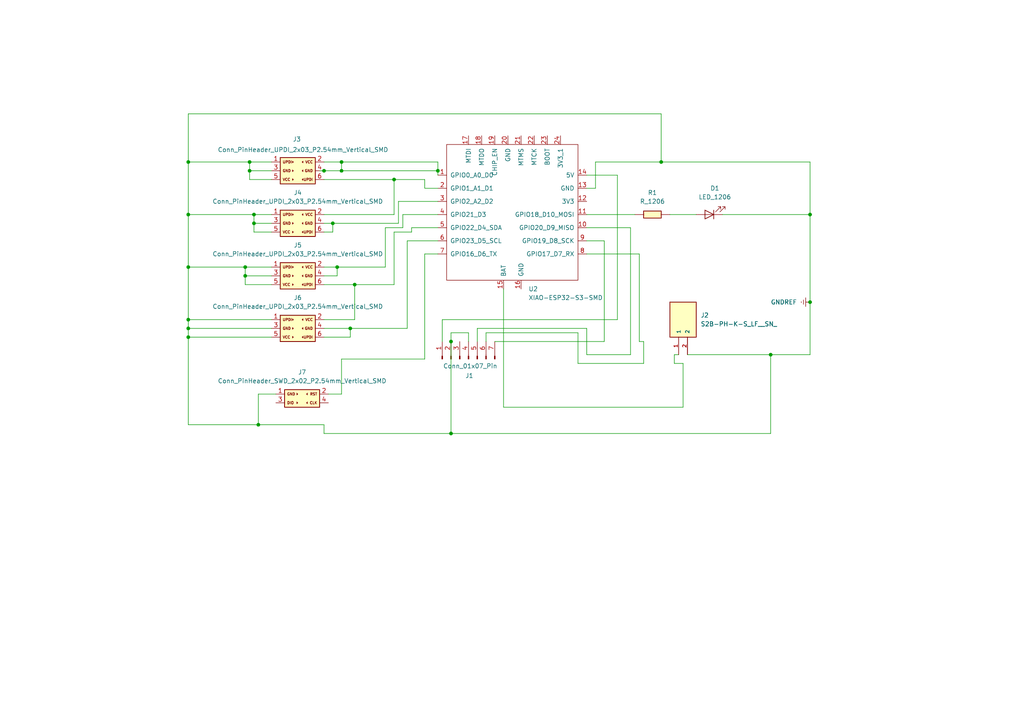
<source format=kicad_sch>
(kicad_sch
	(version 20250114)
	(generator "eeschema")
	(generator_version "9.0")
	(uuid "45a2b890-9628-4963-8740-5a1542b0683e")
	(paper "A4")
	(lib_symbols
		(symbol "Connector:Conn_01x07_Pin"
			(pin_names
				(offset 1.016)
				(hide yes)
			)
			(exclude_from_sim no)
			(in_bom yes)
			(on_board yes)
			(property "Reference" "J"
				(at 0 10.16 0)
				(effects
					(font
						(size 1.27 1.27)
					)
				)
			)
			(property "Value" "Conn_01x07_Pin"
				(at 0 -10.16 0)
				(effects
					(font
						(size 1.27 1.27)
					)
				)
			)
			(property "Footprint" ""
				(at 0 0 0)
				(effects
					(font
						(size 1.27 1.27)
					)
					(hide yes)
				)
			)
			(property "Datasheet" "~"
				(at 0 0 0)
				(effects
					(font
						(size 1.27 1.27)
					)
					(hide yes)
				)
			)
			(property "Description" "Generic connector, single row, 01x07, script generated"
				(at 0 0 0)
				(effects
					(font
						(size 1.27 1.27)
					)
					(hide yes)
				)
			)
			(property "ki_locked" ""
				(at 0 0 0)
				(effects
					(font
						(size 1.27 1.27)
					)
				)
			)
			(property "ki_keywords" "connector"
				(at 0 0 0)
				(effects
					(font
						(size 1.27 1.27)
					)
					(hide yes)
				)
			)
			(property "ki_fp_filters" "Connector*:*_1x??_*"
				(at 0 0 0)
				(effects
					(font
						(size 1.27 1.27)
					)
					(hide yes)
				)
			)
			(symbol "Conn_01x07_Pin_1_1"
				(rectangle
					(start 0.8636 7.747)
					(end 0 7.493)
					(stroke
						(width 0.1524)
						(type default)
					)
					(fill
						(type outline)
					)
				)
				(rectangle
					(start 0.8636 5.207)
					(end 0 4.953)
					(stroke
						(width 0.1524)
						(type default)
					)
					(fill
						(type outline)
					)
				)
				(rectangle
					(start 0.8636 2.667)
					(end 0 2.413)
					(stroke
						(width 0.1524)
						(type default)
					)
					(fill
						(type outline)
					)
				)
				(rectangle
					(start 0.8636 0.127)
					(end 0 -0.127)
					(stroke
						(width 0.1524)
						(type default)
					)
					(fill
						(type outline)
					)
				)
				(rectangle
					(start 0.8636 -2.413)
					(end 0 -2.667)
					(stroke
						(width 0.1524)
						(type default)
					)
					(fill
						(type outline)
					)
				)
				(rectangle
					(start 0.8636 -4.953)
					(end 0 -5.207)
					(stroke
						(width 0.1524)
						(type default)
					)
					(fill
						(type outline)
					)
				)
				(rectangle
					(start 0.8636 -7.493)
					(end 0 -7.747)
					(stroke
						(width 0.1524)
						(type default)
					)
					(fill
						(type outline)
					)
				)
				(polyline
					(pts
						(xy 1.27 7.62) (xy 0.8636 7.62)
					)
					(stroke
						(width 0.1524)
						(type default)
					)
					(fill
						(type none)
					)
				)
				(polyline
					(pts
						(xy 1.27 5.08) (xy 0.8636 5.08)
					)
					(stroke
						(width 0.1524)
						(type default)
					)
					(fill
						(type none)
					)
				)
				(polyline
					(pts
						(xy 1.27 2.54) (xy 0.8636 2.54)
					)
					(stroke
						(width 0.1524)
						(type default)
					)
					(fill
						(type none)
					)
				)
				(polyline
					(pts
						(xy 1.27 0) (xy 0.8636 0)
					)
					(stroke
						(width 0.1524)
						(type default)
					)
					(fill
						(type none)
					)
				)
				(polyline
					(pts
						(xy 1.27 -2.54) (xy 0.8636 -2.54)
					)
					(stroke
						(width 0.1524)
						(type default)
					)
					(fill
						(type none)
					)
				)
				(polyline
					(pts
						(xy 1.27 -5.08) (xy 0.8636 -5.08)
					)
					(stroke
						(width 0.1524)
						(type default)
					)
					(fill
						(type none)
					)
				)
				(polyline
					(pts
						(xy 1.27 -7.62) (xy 0.8636 -7.62)
					)
					(stroke
						(width 0.1524)
						(type default)
					)
					(fill
						(type none)
					)
				)
				(pin passive line
					(at 5.08 7.62 180)
					(length 3.81)
					(name "Pin_1"
						(effects
							(font
								(size 1.27 1.27)
							)
						)
					)
					(number "1"
						(effects
							(font
								(size 1.27 1.27)
							)
						)
					)
				)
				(pin passive line
					(at 5.08 5.08 180)
					(length 3.81)
					(name "Pin_2"
						(effects
							(font
								(size 1.27 1.27)
							)
						)
					)
					(number "2"
						(effects
							(font
								(size 1.27 1.27)
							)
						)
					)
				)
				(pin passive line
					(at 5.08 2.54 180)
					(length 3.81)
					(name "Pin_3"
						(effects
							(font
								(size 1.27 1.27)
							)
						)
					)
					(number "3"
						(effects
							(font
								(size 1.27 1.27)
							)
						)
					)
				)
				(pin passive line
					(at 5.08 0 180)
					(length 3.81)
					(name "Pin_4"
						(effects
							(font
								(size 1.27 1.27)
							)
						)
					)
					(number "4"
						(effects
							(font
								(size 1.27 1.27)
							)
						)
					)
				)
				(pin passive line
					(at 5.08 -2.54 180)
					(length 3.81)
					(name "Pin_5"
						(effects
							(font
								(size 1.27 1.27)
							)
						)
					)
					(number "5"
						(effects
							(font
								(size 1.27 1.27)
							)
						)
					)
				)
				(pin passive line
					(at 5.08 -5.08 180)
					(length 3.81)
					(name "Pin_6"
						(effects
							(font
								(size 1.27 1.27)
							)
						)
					)
					(number "6"
						(effects
							(font
								(size 1.27 1.27)
							)
						)
					)
				)
				(pin passive line
					(at 5.08 -7.62 180)
					(length 3.81)
					(name "Pin_7"
						(effects
							(font
								(size 1.27 1.27)
							)
						)
					)
					(number "7"
						(effects
							(font
								(size 1.27 1.27)
							)
						)
					)
				)
			)
			(embedded_fonts no)
		)
		(symbol "epressif:XIAO-ESP32-C6-SMD"
			(pin_names
				(offset 1.016)
			)
			(exclude_from_sim no)
			(in_bom yes)
			(on_board yes)
			(property "Reference" "U"
				(at -18.542 23.114 0)
				(effects
					(font
						(size 1.27 1.27)
					)
				)
			)
			(property "Value" "XIAO-ESP32-S3-SMD"
				(at -8.382 21.336 0)
				(effects
					(font
						(size 1.27 1.27)
					)
				)
			)
			(property "Footprint" ""
				(at -8.89 5.08 0)
				(effects
					(font
						(size 1.27 1.27)
					)
					(hide yes)
				)
			)
			(property "Datasheet" ""
				(at -8.89 5.08 0)
				(effects
					(font
						(size 1.27 1.27)
					)
					(hide yes)
				)
			)
			(property "Description" ""
				(at 0 0 0)
				(effects
					(font
						(size 1.27 1.27)
					)
					(hide yes)
				)
			)
			(symbol "XIAO-ESP32-C6-SMD_0_1"
				(rectangle
					(start 19.05 -19.05)
					(end -19.05 20.32)
					(stroke
						(width 0)
						(type default)
					)
					(fill
						(type none)
					)
				)
			)
			(symbol "XIAO-ESP32-C6-SMD_1_1"
				(pin passive line
					(at -21.59 11.43 0)
					(length 2.54)
					(name "GPIO0_A0_D0"
						(effects
							(font
								(size 1.27 1.27)
							)
						)
					)
					(number "1"
						(effects
							(font
								(size 1.27 1.27)
							)
						)
					)
				)
				(pin passive line
					(at -21.59 7.62 0)
					(length 2.54)
					(name "GPIO1_A1_D1"
						(effects
							(font
								(size 1.27 1.27)
							)
						)
					)
					(number "2"
						(effects
							(font
								(size 1.27 1.27)
							)
						)
					)
				)
				(pin passive line
					(at -21.59 3.81 0)
					(length 2.54)
					(name "GPIO2_A2_D2"
						(effects
							(font
								(size 1.27 1.27)
							)
						)
					)
					(number "3"
						(effects
							(font
								(size 1.27 1.27)
							)
						)
					)
				)
				(pin passive line
					(at -21.59 0 0)
					(length 2.54)
					(name "GPIO21_D3"
						(effects
							(font
								(size 1.27 1.27)
							)
						)
					)
					(number "4"
						(effects
							(font
								(size 1.27 1.27)
							)
						)
					)
				)
				(pin passive line
					(at -21.59 -3.81 0)
					(length 2.54)
					(name "GPIO22_D4_SDA"
						(effects
							(font
								(size 1.27 1.27)
							)
						)
					)
					(number "5"
						(effects
							(font
								(size 1.27 1.27)
							)
						)
					)
				)
				(pin passive line
					(at -21.59 -7.62 0)
					(length 2.54)
					(name "GPIO23_D5_SCL"
						(effects
							(font
								(size 1.27 1.27)
							)
						)
					)
					(number "6"
						(effects
							(font
								(size 1.27 1.27)
							)
						)
					)
				)
				(pin passive line
					(at -21.59 -11.43 0)
					(length 2.54)
					(name "GPIO16_D6_TX"
						(effects
							(font
								(size 1.27 1.27)
							)
						)
					)
					(number "7"
						(effects
							(font
								(size 1.27 1.27)
							)
						)
					)
				)
				(pin passive line
					(at -12.7 22.86 270)
					(length 2.54)
					(name "MTDI"
						(effects
							(font
								(size 1.27 1.27)
							)
						)
					)
					(number "17"
						(effects
							(font
								(size 1.27 1.27)
							)
						)
					)
				)
				(pin passive line
					(at -8.89 22.86 270)
					(length 2.54)
					(name "MTDO"
						(effects
							(font
								(size 1.27 1.27)
							)
						)
					)
					(number "18"
						(effects
							(font
								(size 1.27 1.27)
							)
						)
					)
				)
				(pin passive line
					(at -5.08 22.86 270)
					(length 2.54)
					(name "CHIP_EN"
						(effects
							(font
								(size 1.27 1.27)
							)
						)
					)
					(number "19"
						(effects
							(font
								(size 1.27 1.27)
							)
						)
					)
				)
				(pin passive line
					(at -2.54 -21.59 90)
					(length 2.54)
					(name "BAT"
						(effects
							(font
								(size 1.27 1.27)
							)
						)
					)
					(number "15"
						(effects
							(font
								(size 1.27 1.27)
							)
						)
					)
				)
				(pin passive line
					(at -1.27 22.86 270)
					(length 2.54)
					(name "GND"
						(effects
							(font
								(size 1.27 1.27)
							)
						)
					)
					(number "20"
						(effects
							(font
								(size 1.27 1.27)
							)
						)
					)
				)
				(pin passive line
					(at 2.54 22.86 270)
					(length 2.54)
					(name "MTMS"
						(effects
							(font
								(size 1.27 1.27)
							)
						)
					)
					(number "21"
						(effects
							(font
								(size 1.27 1.27)
							)
						)
					)
				)
				(pin passive line
					(at 2.54 -21.59 90)
					(length 2.54)
					(name "GND"
						(effects
							(font
								(size 1.27 1.27)
							)
						)
					)
					(number "16"
						(effects
							(font
								(size 1.27 1.27)
							)
						)
					)
				)
				(pin passive line
					(at 6.35 22.86 270)
					(length 2.54)
					(name "MTCK"
						(effects
							(font
								(size 1.27 1.27)
							)
						)
					)
					(number "22"
						(effects
							(font
								(size 1.27 1.27)
							)
						)
					)
				)
				(pin passive line
					(at 10.16 22.86 270)
					(length 2.54)
					(name "BOOT"
						(effects
							(font
								(size 1.27 1.27)
							)
						)
					)
					(number "23"
						(effects
							(font
								(size 1.27 1.27)
							)
						)
					)
				)
				(pin passive line
					(at 13.97 22.86 270)
					(length 2.54)
					(name "3V3_1"
						(effects
							(font
								(size 1.27 1.27)
							)
						)
					)
					(number "24"
						(effects
							(font
								(size 1.27 1.27)
							)
						)
					)
				)
				(pin passive line
					(at 21.59 11.43 180)
					(length 2.54)
					(name "5V"
						(effects
							(font
								(size 1.27 1.27)
							)
						)
					)
					(number "14"
						(effects
							(font
								(size 1.27 1.27)
							)
						)
					)
				)
				(pin passive line
					(at 21.59 7.62 180)
					(length 2.54)
					(name "GND"
						(effects
							(font
								(size 1.27 1.27)
							)
						)
					)
					(number "13"
						(effects
							(font
								(size 1.27 1.27)
							)
						)
					)
				)
				(pin passive line
					(at 21.59 3.81 180)
					(length 2.54)
					(name "3V3"
						(effects
							(font
								(size 1.27 1.27)
							)
						)
					)
					(number "12"
						(effects
							(font
								(size 1.27 1.27)
							)
						)
					)
				)
				(pin passive line
					(at 21.59 0 180)
					(length 2.54)
					(name "GPIO18_D10_MOSI"
						(effects
							(font
								(size 1.27 1.27)
							)
						)
					)
					(number "11"
						(effects
							(font
								(size 1.27 1.27)
							)
						)
					)
				)
				(pin passive line
					(at 21.59 -3.81 180)
					(length 2.54)
					(name "GPIO20_D9_MISO"
						(effects
							(font
								(size 1.27 1.27)
							)
						)
					)
					(number "10"
						(effects
							(font
								(size 1.27 1.27)
							)
						)
					)
				)
				(pin passive line
					(at 21.59 -7.62 180)
					(length 2.54)
					(name "GPIO19_D8_SCK"
						(effects
							(font
								(size 1.27 1.27)
							)
						)
					)
					(number "9"
						(effects
							(font
								(size 1.27 1.27)
							)
						)
					)
				)
				(pin passive line
					(at 21.59 -11.43 180)
					(length 2.54)
					(name "GPIO17_D7_RX"
						(effects
							(font
								(size 1.27 1.27)
							)
						)
					)
					(number "8"
						(effects
							(font
								(size 1.27 1.27)
							)
						)
					)
				)
			)
			(embedded_fonts no)
		)
		(symbol "fab:Conn_PinHeader_SWD_2x02_P2.54mm_Vertical_SMD"
			(exclude_from_sim no)
			(in_bom yes)
			(on_board yes)
			(property "Reference" "J"
				(at 0 3.81 0)
				(effects
					(font
						(size 1.27 1.27)
					)
				)
			)
			(property "Value" "Conn_PinHeader_SWD_2x02_P2.54mm_Vertical_SMD"
				(at 0 -3.81 0)
				(effects
					(font
						(size 1.27 1.27)
					)
				)
			)
			(property "Footprint" "fab:PinHeader_02x02_P2.54mm_Vertical_SMD"
				(at 0 0 0)
				(effects
					(font
						(size 1.27 1.27)
					)
					(hide yes)
				)
			)
			(property "Datasheet" "https://cdn.amphenol-icc.com/media/wysiwyg/files/drawing/95278.pdf"
				(at 0 0 0)
				(effects
					(font
						(size 1.27 1.27)
					)
					(hide yes)
				)
			)
			(property "Description" "Connector Header Surface Mount 4 position 0.100\" (2.54mm) for programming D11C chips"
				(at 0 0 0)
				(effects
					(font
						(size 1.27 1.27)
					)
					(hide yes)
				)
			)
			(property "ki_keywords" "connector swd programming jtag"
				(at 0 0 0)
				(effects
					(font
						(size 1.27 1.27)
					)
					(hide yes)
				)
			)
			(property "ki_fp_filters" "*PinHeader*2x02*"
				(at 0 0 0)
				(effects
					(font
						(size 1.27 1.27)
					)
					(hide yes)
				)
			)
			(symbol "Conn_PinHeader_SWD_2x02_P2.54mm_Vertical_SMD_0_0"
				(text "GND"
					(at -4.445 1.27 0)
					(effects
						(font
							(size 0.75 0.75)
						)
						(justify left)
					)
				)
				(text "DIO"
					(at -4.445 -1.27 0)
					(effects
						(font
							(size 0.75 0.75)
						)
						(justify left)
					)
				)
				(text "RST"
					(at 4.445 1.27 0)
					(effects
						(font
							(size 0.75 0.75)
						)
						(justify right)
					)
				)
				(text "CLK"
					(at 4.445 -1.27 0)
					(effects
						(font
							(size 0.75 0.75)
						)
						(justify right)
					)
				)
			)
			(symbol "Conn_PinHeader_SWD_2x02_P2.54mm_Vertical_SMD_0_1"
				(polyline
					(pts
						(xy -1.524 1.524) (xy -1.27 1.27) (xy -1.524 1.016) (xy -1.524 1.524)
					)
					(stroke
						(width 0)
						(type default)
					)
					(fill
						(type outline)
					)
				)
				(polyline
					(pts
						(xy -1.524 -1.016) (xy -1.27 -1.27) (xy -1.524 -1.524) (xy -1.524 -1.016)
					)
					(stroke
						(width 0)
						(type default)
					)
					(fill
						(type outline)
					)
				)
				(polyline
					(pts
						(xy 1.524 1.524) (xy 1.27 1.27) (xy 1.524 1.016) (xy 1.524 1.524)
					)
					(stroke
						(width 0)
						(type default)
					)
					(fill
						(type outline)
					)
				)
				(polyline
					(pts
						(xy 1.524 -1.016) (xy 1.27 -1.27) (xy 1.524 -1.524) (xy 1.524 -1.016)
					)
					(stroke
						(width 0)
						(type default)
					)
					(fill
						(type outline)
					)
				)
			)
			(symbol "Conn_PinHeader_SWD_2x02_P2.54mm_Vertical_SMD_1_1"
				(rectangle
					(start -5.08 2.54)
					(end 5.08 -2.54)
					(stroke
						(width 0.254)
						(type default)
					)
					(fill
						(type background)
					)
				)
				(pin passive line
					(at -7.62 1.27 0)
					(length 2.54)
					(name ""
						(effects
							(font
								(size 1.27 1.27)
							)
						)
					)
					(number "1"
						(effects
							(font
								(size 1.27 1.27)
							)
						)
					)
				)
				(pin passive line
					(at -7.62 -1.27 0)
					(length 2.54)
					(name ""
						(effects
							(font
								(size 1.27 1.27)
							)
						)
					)
					(number "3"
						(effects
							(font
								(size 1.27 1.27)
							)
						)
					)
				)
				(pin passive line
					(at 7.62 1.27 180)
					(length 2.54)
					(name ""
						(effects
							(font
								(size 1.27 1.27)
							)
						)
					)
					(number "2"
						(effects
							(font
								(size 1.27 1.27)
							)
						)
					)
				)
				(pin passive line
					(at 7.62 -1.27 180)
					(length 2.54)
					(name ""
						(effects
							(font
								(size 1.27 1.27)
							)
						)
					)
					(number "4"
						(effects
							(font
								(size 1.27 1.27)
							)
						)
					)
				)
			)
			(embedded_fonts no)
		)
		(symbol "fab:Conn_PinHeader_UPDI_2x03_P2.54mm_Vertical_SMD"
			(exclude_from_sim no)
			(in_bom yes)
			(on_board yes)
			(property "Reference" "J"
				(at 0 5.08 0)
				(effects
					(font
						(size 1.27 1.27)
					)
				)
			)
			(property "Value" "Conn_PinHeader_UPDI_2x03_P2.54mm_Vertical_SMD"
				(at 0 -5.08 0)
				(effects
					(font
						(size 1.27 1.27)
					)
				)
			)
			(property "Footprint" "fab:PinHeader_02x03_P2.54mm_Vertical_SMD"
				(at 0 0 0)
				(effects
					(font
						(size 1.27 1.27)
					)
					(hide yes)
				)
			)
			(property "Datasheet" "https://cdn.amphenol-icc.com/media/wysiwyg/files/drawing/95278.pdf"
				(at 0 0 0)
				(effects
					(font
						(size 1.27 1.27)
					)
					(hide yes)
				)
			)
			(property "Description" "Connector Header Surface Mount 6 position 0.100\" (2.54mm) Fab UPDI connector standard 2022"
				(at 0 0 0)
				(effects
					(font
						(size 1.27 1.27)
					)
					(hide yes)
				)
			)
			(property "ki_keywords" "connector fab updi"
				(at 0 0 0)
				(effects
					(font
						(size 1.27 1.27)
					)
					(hide yes)
				)
			)
			(property "ki_fp_filters" "*PinHeader*2x03*"
				(at 0 0 0)
				(effects
					(font
						(size 1.27 1.27)
					)
					(hide yes)
				)
			)
			(symbol "Conn_PinHeader_UPDI_2x03_P2.54mm_Vertical_SMD_0_0"
				(rectangle
					(start -5.08 3.81)
					(end 5.08 -3.81)
					(stroke
						(width 0.254)
						(type default)
					)
					(fill
						(type background)
					)
				)
				(polyline
					(pts
						(xy -1.27 2.54) (xy -1.524 2.286) (xy -1.524 2.794) (xy -1.27 2.54)
					)
					(stroke
						(width 0)
						(type default)
					)
					(fill
						(type outline)
					)
				)
				(polyline
					(pts
						(xy -1.27 0) (xy -1.524 -0.254) (xy -1.524 0.254) (xy -1.27 0)
					)
					(stroke
						(width 0)
						(type default)
					)
					(fill
						(type outline)
					)
				)
				(polyline
					(pts
						(xy -1.27 -2.54) (xy -1.524 -2.794) (xy -1.524 -2.286) (xy -1.27 -2.54)
					)
					(stroke
						(width 0)
						(type default)
					)
					(fill
						(type outline)
					)
				)
				(polyline
					(pts
						(xy 1.27 2.54) (xy 1.524 2.794) (xy 1.524 2.286) (xy 1.27 2.54)
					)
					(stroke
						(width 0)
						(type default)
					)
					(fill
						(type outline)
					)
				)
				(polyline
					(pts
						(xy 1.27 0) (xy 1.524 0.254) (xy 1.524 -0.254) (xy 1.27 0)
					)
					(stroke
						(width 0)
						(type default)
					)
					(fill
						(type outline)
					)
				)
				(polyline
					(pts
						(xy 1.27 -2.54) (xy 1.524 -2.286) (xy 1.524 -2.794) (xy 1.27 -2.54)
					)
					(stroke
						(width 0)
						(type default)
					)
					(fill
						(type outline)
					)
				)
				(text "UPDI"
					(at -4.445 2.54 0)
					(effects
						(font
							(size 0.75 0.75)
						)
						(justify left)
					)
				)
				(text "GND"
					(at -4.445 0 0)
					(effects
						(font
							(size 0.75 0.75)
						)
						(justify left)
					)
				)
				(text "VCC"
					(at -4.445 -2.54 0)
					(effects
						(font
							(size 0.75 0.75)
						)
						(justify left)
					)
				)
				(text "VCC"
					(at 4.445 2.54 0)
					(effects
						(font
							(size 0.75 0.75)
						)
						(justify right)
					)
				)
				(text "GND"
					(at 4.445 0 0)
					(effects
						(font
							(size 0.75 0.75)
						)
						(justify right)
					)
				)
				(text "UPDI"
					(at 4.445 -2.54 0)
					(effects
						(font
							(size 0.75 0.75)
						)
						(justify right)
					)
				)
			)
			(symbol "Conn_PinHeader_UPDI_2x03_P2.54mm_Vertical_SMD_1_1"
				(pin passive line
					(at -7.62 2.54 0)
					(length 2.54)
					(name ""
						(effects
							(font
								(size 1.27 1.27)
							)
						)
					)
					(number "1"
						(effects
							(font
								(size 1.27 1.27)
							)
						)
					)
				)
				(pin passive line
					(at -7.62 0 0)
					(length 2.54)
					(name ""
						(effects
							(font
								(size 1.27 1.27)
							)
						)
					)
					(number "3"
						(effects
							(font
								(size 1.27 1.27)
							)
						)
					)
				)
				(pin passive line
					(at -7.62 -2.54 0)
					(length 2.54)
					(name ""
						(effects
							(font
								(size 1.27 1.27)
							)
						)
					)
					(number "5"
						(effects
							(font
								(size 1.27 1.27)
							)
						)
					)
				)
				(pin passive line
					(at 7.62 2.54 180)
					(length 2.54)
					(name ""
						(effects
							(font
								(size 1.27 1.27)
							)
						)
					)
					(number "2"
						(effects
							(font
								(size 1.27 1.27)
							)
						)
					)
				)
				(pin passive line
					(at 7.62 0 180)
					(length 2.54)
					(name ""
						(effects
							(font
								(size 1.27 1.27)
							)
						)
					)
					(number "4"
						(effects
							(font
								(size 1.27 1.27)
							)
						)
					)
				)
				(pin passive line
					(at 7.62 -2.54 180)
					(length 2.54)
					(name ""
						(effects
							(font
								(size 1.27 1.27)
							)
						)
					)
					(number "6"
						(effects
							(font
								(size 1.27 1.27)
							)
						)
					)
				)
			)
			(embedded_fonts no)
		)
		(symbol "fab:LED_1206"
			(pin_numbers
				(hide yes)
			)
			(pin_names
				(offset 1.016)
				(hide yes)
			)
			(exclude_from_sim no)
			(in_bom yes)
			(on_board yes)
			(property "Reference" "D"
				(at 0 2.54 0)
				(effects
					(font
						(size 1.27 1.27)
					)
				)
			)
			(property "Value" "LED_1206"
				(at 0 -2.54 0)
				(effects
					(font
						(size 1.27 1.27)
					)
				)
			)
			(property "Footprint" "fab:LED_1206"
				(at 0 0 0)
				(effects
					(font
						(size 1.27 1.27)
					)
					(hide yes)
				)
			)
			(property "Datasheet" "https://optoelectronics.liteon.com/upload/download/DS-22-98-0002/LTST-C150CKT.pdf"
				(at 0 0 0)
				(effects
					(font
						(size 1.27 1.27)
					)
					(hide yes)
				)
			)
			(property "Description" "Light emitting diode, Lite-On Inc. LTST, SMD"
				(at 0 0 0)
				(effects
					(font
						(size 1.27 1.27)
					)
					(hide yes)
				)
			)
			(property "ki_keywords" "LED diode 1206 SML-LX1206IC-TR SML-LX1206GC-TR 5988230107F 150120BS75000 QBLP650-IW HIR11-21C/L11/TR8"
				(at 0 0 0)
				(effects
					(font
						(size 1.27 1.27)
					)
					(hide yes)
				)
			)
			(property "ki_fp_filters" "*LED*1206*"
				(at 0 0 0)
				(effects
					(font
						(size 1.27 1.27)
					)
					(hide yes)
				)
			)
			(symbol "LED_1206_0_1"
				(polyline
					(pts
						(xy -3.048 -0.762) (xy -4.572 -2.286) (xy -3.81 -2.286) (xy -4.572 -2.286) (xy -4.572 -1.524)
					)
					(stroke
						(width 0)
						(type default)
					)
					(fill
						(type none)
					)
				)
				(polyline
					(pts
						(xy -1.778 -0.762) (xy -3.302 -2.286) (xy -2.54 -2.286) (xy -3.302 -2.286) (xy -3.302 -1.524)
					)
					(stroke
						(width 0)
						(type default)
					)
					(fill
						(type none)
					)
				)
				(polyline
					(pts
						(xy -1.27 0) (xy 1.27 0)
					)
					(stroke
						(width 0)
						(type default)
					)
					(fill
						(type none)
					)
				)
				(polyline
					(pts
						(xy -1.27 -1.27) (xy -1.27 1.27)
					)
					(stroke
						(width 0.2032)
						(type default)
					)
					(fill
						(type none)
					)
				)
				(polyline
					(pts
						(xy 1.27 -1.27) (xy 1.27 1.27) (xy -1.27 0) (xy 1.27 -1.27)
					)
					(stroke
						(width 0.2032)
						(type default)
					)
					(fill
						(type none)
					)
				)
			)
			(symbol "LED_1206_1_1"
				(pin passive line
					(at -3.81 0 0)
					(length 2.54)
					(name "K"
						(effects
							(font
								(size 1.27 1.27)
							)
						)
					)
					(number "1"
						(effects
							(font
								(size 1.27 1.27)
							)
						)
					)
				)
				(pin passive line
					(at 3.81 0 180)
					(length 2.54)
					(name "A"
						(effects
							(font
								(size 1.27 1.27)
							)
						)
					)
					(number "2"
						(effects
							(font
								(size 1.27 1.27)
							)
						)
					)
				)
			)
			(embedded_fonts no)
		)
		(symbol "fab:R_1206"
			(pin_numbers
				(hide yes)
			)
			(pin_names
				(offset 0)
			)
			(exclude_from_sim no)
			(in_bom yes)
			(on_board yes)
			(property "Reference" "R"
				(at 2.54 0 90)
				(effects
					(font
						(size 1.27 1.27)
					)
				)
			)
			(property "Value" "R_1206"
				(at -2.54 0 90)
				(effects
					(font
						(size 1.27 1.27)
					)
				)
			)
			(property "Footprint" "fab:R_1206"
				(at 0 0 90)
				(effects
					(font
						(size 1.27 1.27)
					)
					(hide yes)
				)
			)
			(property "Datasheet" "~"
				(at 0 0 0)
				(effects
					(font
						(size 1.27 1.27)
					)
					(hide yes)
				)
			)
			(property "Description" "Resistor"
				(at 0 0 0)
				(effects
					(font
						(size 1.27 1.27)
					)
					(hide yes)
				)
			)
			(property "ki_keywords" "R res resistor RC1206FR-074M99L RC1206FR-07499KL RC1206FR-0749K9L RC1206FR-0749R9L RC1206FR-074R99L ERJ-8BWJR100V RC1206FR-070RL RC1206FR-071RL RC1206FR-0710RL RC1206FR-07100RL RC1206FR-07499RL RC1206FR-071KL RC1206FR-074K99L RC1206FR-0710KL RC1206FR-07100KL RC1206FR-071ML RC1206FR-0710ML PT1206FR-070R1L"
				(at 0 0 0)
				(effects
					(font
						(size 1.27 1.27)
					)
					(hide yes)
				)
			)
			(property "ki_fp_filters" "*R*1206*"
				(at 0 0 0)
				(effects
					(font
						(size 1.27 1.27)
					)
					(hide yes)
				)
			)
			(symbol "R_1206_0_1"
				(rectangle
					(start -1.016 -2.54)
					(end 1.016 2.54)
					(stroke
						(width 0.254)
						(type default)
					)
					(fill
						(type background)
					)
				)
			)
			(symbol "R_1206_1_1"
				(pin passive line
					(at 0 5.08 270)
					(length 2.54)
					(name "~"
						(effects
							(font
								(size 1.27 1.27)
							)
						)
					)
					(number "1"
						(effects
							(font
								(size 1.27 1.27)
							)
						)
					)
				)
				(pin passive line
					(at 0 -5.08 90)
					(length 2.54)
					(name "~"
						(effects
							(font
								(size 1.27 1.27)
							)
						)
					)
					(number "2"
						(effects
							(font
								(size 1.27 1.27)
							)
						)
					)
				)
			)
			(embedded_fonts no)
		)
		(symbol "jst ph:S2B-PH-K-S_LF__SN_"
			(pin_names
				(offset 1.016)
			)
			(exclude_from_sim no)
			(in_bom yes)
			(on_board yes)
			(property "Reference" "J"
				(at -5.08 3.302 0)
				(effects
					(font
						(size 1.27 1.27)
					)
					(justify left bottom)
				)
			)
			(property "Value" "S2B-PH-K-S_LF__SN_"
				(at -5.08 -7.62 0)
				(effects
					(font
						(size 1.27 1.27)
					)
					(justify left bottom)
				)
			)
			(property "Footprint" "S2B-PH-K-S_LF__SN_:JST_S2B-PH-K-S_LF__SN_"
				(at 0 0 0)
				(effects
					(font
						(size 1.27 1.27)
					)
					(justify bottom)
					(hide yes)
				)
			)
			(property "Datasheet" ""
				(at 0 0 0)
				(effects
					(font
						(size 1.27 1.27)
					)
					(hide yes)
				)
			)
			(property "Description" "Connector Header Through Hole, Right Angle 2 position"
				(at 0 0 0)
				(effects
					(font
						(size 1.27 1.27)
					)
					(justify bottom)
					(hide yes)
				)
			)
			(property "MF" "JST Sales America Inc."
				(at 0 0 0)
				(effects
					(font
						(size 1.27 1.27)
					)
					(justify bottom)
					(hide yes)
				)
			)
			(property "MAXIMUM_PACKAGE_HEIGHT" "4.8mm"
				(at 0 0 0)
				(effects
					(font
						(size 1.27 1.27)
					)
					(justify bottom)
					(hide yes)
				)
			)
			(property "PACKAGE" "None"
				(at 0 0 0)
				(effects
					(font
						(size 1.27 1.27)
					)
					(justify bottom)
					(hide yes)
				)
			)
			(property "PRICE" "None"
				(at 0 0 0)
				(effects
					(font
						(size 1.27 1.27)
					)
					(justify bottom)
					(hide yes)
				)
			)
			(property "Package" "NON STANDARD-2 J.S.T."
				(at 0 0 0)
				(effects
					(font
						(size 1.27 1.27)
					)
					(justify bottom)
					(hide yes)
				)
			)
			(property "Check_prices" "https://www.snapeda.com/parts/S2B-PH-K-S(LF)(SN)/JST/view-part/?ref=eda"
				(at 0 0 0)
				(effects
					(font
						(size 1.27 1.27)
					)
					(justify bottom)
					(hide yes)
				)
			)
			(property "Price" "None"
				(at 0 0 0)
				(effects
					(font
						(size 1.27 1.27)
					)
					(justify bottom)
					(hide yes)
				)
			)
			(property "SnapEDA_Link" "https://www.snapeda.com/parts/S2B-PH-K-S(LF)(SN)/JST/view-part/?ref=snap"
				(at 0 0 0)
				(effects
					(font
						(size 1.27 1.27)
					)
					(justify bottom)
					(hide yes)
				)
			)
			(property "MP" "S2B-PH-K-S(LF)(SN)"
				(at 0 0 0)
				(effects
					(font
						(size 1.27 1.27)
					)
					(justify bottom)
					(hide yes)
				)
			)
			(property "Description_1" "Connector Header Through Hole, Right Angle 2 position"
				(at 0 0 0)
				(effects
					(font
						(size 1.27 1.27)
					)
					(justify bottom)
					(hide yes)
				)
			)
			(property "Availability" "In Stock"
				(at 0 0 0)
				(effects
					(font
						(size 1.27 1.27)
					)
					(justify bottom)
					(hide yes)
				)
			)
			(property "AVAILABILITY" "Unavailable"
				(at 0 0 0)
				(effects
					(font
						(size 1.27 1.27)
					)
					(justify bottom)
					(hide yes)
				)
			)
			(symbol "S2B-PH-K-S_LF__SN__0_0"
				(rectangle
					(start -5.08 -5.08)
					(end 5.08 2.54)
					(stroke
						(width 0.254)
						(type default)
					)
					(fill
						(type background)
					)
				)
				(pin passive line
					(at -10.16 0 0)
					(length 5.08)
					(name "1"
						(effects
							(font
								(size 1.016 1.016)
							)
						)
					)
					(number "1"
						(effects
							(font
								(size 1.016 1.016)
							)
						)
					)
				)
				(pin passive line
					(at -10.16 -2.54 0)
					(length 5.08)
					(name "2"
						(effects
							(font
								(size 1.016 1.016)
							)
						)
					)
					(number "2"
						(effects
							(font
								(size 1.016 1.016)
							)
						)
					)
				)
			)
			(embedded_fonts no)
		)
		(symbol "power:GNDREF"
			(power)
			(pin_numbers
				(hide yes)
			)
			(pin_names
				(offset 0)
				(hide yes)
			)
			(exclude_from_sim no)
			(in_bom yes)
			(on_board yes)
			(property "Reference" "#PWR"
				(at 0 -6.35 0)
				(effects
					(font
						(size 1.27 1.27)
					)
					(hide yes)
				)
			)
			(property "Value" "GNDREF"
				(at 0 -3.81 0)
				(effects
					(font
						(size 1.27 1.27)
					)
				)
			)
			(property "Footprint" ""
				(at 0 0 0)
				(effects
					(font
						(size 1.27 1.27)
					)
					(hide yes)
				)
			)
			(property "Datasheet" ""
				(at 0 0 0)
				(effects
					(font
						(size 1.27 1.27)
					)
					(hide yes)
				)
			)
			(property "Description" "Power symbol creates a global label with name \"GNDREF\" , reference supply ground"
				(at 0 0 0)
				(effects
					(font
						(size 1.27 1.27)
					)
					(hide yes)
				)
			)
			(property "ki_keywords" "global power"
				(at 0 0 0)
				(effects
					(font
						(size 1.27 1.27)
					)
					(hide yes)
				)
			)
			(symbol "GNDREF_0_1"
				(polyline
					(pts
						(xy -0.635 -1.905) (xy 0.635 -1.905)
					)
					(stroke
						(width 0)
						(type default)
					)
					(fill
						(type none)
					)
				)
				(polyline
					(pts
						(xy -0.127 -2.54) (xy 0.127 -2.54)
					)
					(stroke
						(width 0)
						(type default)
					)
					(fill
						(type none)
					)
				)
				(polyline
					(pts
						(xy 0 -1.27) (xy 0 0)
					)
					(stroke
						(width 0)
						(type default)
					)
					(fill
						(type none)
					)
				)
				(polyline
					(pts
						(xy 1.27 -1.27) (xy -1.27 -1.27)
					)
					(stroke
						(width 0)
						(type default)
					)
					(fill
						(type none)
					)
				)
			)
			(symbol "GNDREF_1_1"
				(pin power_in line
					(at 0 0 270)
					(length 0)
					(name "~"
						(effects
							(font
								(size 1.27 1.27)
							)
						)
					)
					(number "1"
						(effects
							(font
								(size 1.27 1.27)
							)
						)
					)
				)
			)
			(embedded_fonts no)
		)
	)
	(junction
		(at 114.3 52.07)
		(diameter 0)
		(color 0 0 0 0)
		(uuid "02c1dcfc-6cb6-483f-b594-52b5e08abab1")
	)
	(junction
		(at 99.06 46.99)
		(diameter 0)
		(color 0 0 0 0)
		(uuid "08a32ef9-93d3-4fc1-8cec-5bd64eba7881")
	)
	(junction
		(at 101.6 95.25)
		(diameter 0)
		(color 0 0 0 0)
		(uuid "0e465383-0572-4faf-abbe-314b70b9ea52")
	)
	(junction
		(at 54.61 95.25)
		(diameter 0)
		(color 0 0 0 0)
		(uuid "147f59db-22fe-44c5-b8b7-a1ec97696851")
	)
	(junction
		(at 97.79 77.47)
		(diameter 0)
		(color 0 0 0 0)
		(uuid "1c6b1225-8fa5-4ee5-b7c1-1031d5478206")
	)
	(junction
		(at 54.61 92.71)
		(diameter 0)
		(color 0 0 0 0)
		(uuid "2030bf54-e51a-4985-96b7-f3a42f88216f")
	)
	(junction
		(at 73.66 62.23)
		(diameter 0)
		(color 0 0 0 0)
		(uuid "210aec38-e244-457e-9cbf-e4ebbb4b1c28")
	)
	(junction
		(at 71.12 77.47)
		(diameter 0)
		(color 0 0 0 0)
		(uuid "2a70e42a-ed61-4eb8-93ae-6adffef5b760")
	)
	(junction
		(at 71.12 80.01)
		(diameter 0)
		(color 0 0 0 0)
		(uuid "3067a274-c354-4baf-912c-424681f17fc0")
	)
	(junction
		(at 130.81 125.73)
		(diameter 0)
		(color 0 0 0 0)
		(uuid "3a2eef42-10fe-42bf-9247-59b742545489")
	)
	(junction
		(at 102.87 82.55)
		(diameter 0)
		(color 0 0 0 0)
		(uuid "3ec67cc7-45a0-4ff8-9ff6-57ec99019833")
	)
	(junction
		(at 234.95 62.23)
		(diameter 0)
		(color 0 0 0 0)
		(uuid "48818780-4005-4439-89c2-a4676a49f72c")
	)
	(junction
		(at 191.77 46.99)
		(diameter 0)
		(color 0 0 0 0)
		(uuid "4ad0e764-bcee-4c5f-8b08-b8eb375dacc1")
	)
	(junction
		(at 223.52 102.87)
		(diameter 0)
		(color 0 0 0 0)
		(uuid "597d556f-b451-4964-beb3-ef1d537af0d5")
	)
	(junction
		(at 93.98 49.53)
		(diameter 0)
		(color 0 0 0 0)
		(uuid "5aa042cf-dfa8-47d8-a898-8c6560b6ec30")
	)
	(junction
		(at 74.93 123.19)
		(diameter 0)
		(color 0 0 0 0)
		(uuid "5f328efc-d505-4b95-ac88-07131ea33b06")
	)
	(junction
		(at 99.06 49.53)
		(diameter 0)
		(color 0 0 0 0)
		(uuid "6abdd5e0-e9bf-40a4-9f35-c846d577ecca")
	)
	(junction
		(at 54.61 77.47)
		(diameter 0)
		(color 0 0 0 0)
		(uuid "725e243a-03d7-4373-b2be-9fb275f9414f")
	)
	(junction
		(at 54.61 62.23)
		(diameter 0)
		(color 0 0 0 0)
		(uuid "7a0dbd16-4644-4b75-a7bf-3a42b2207549")
	)
	(junction
		(at 96.52 64.77)
		(diameter 0)
		(color 0 0 0 0)
		(uuid "84039b18-c996-4da2-950a-d0c917adc992")
	)
	(junction
		(at 127 49.53)
		(diameter 0)
		(color 0 0 0 0)
		(uuid "90ce2619-8ae5-478e-baf6-b5279175b458")
	)
	(junction
		(at 130.81 99.06)
		(diameter 0)
		(color 0 0 0 0)
		(uuid "9143e5fc-9d99-412a-9001-a8b47ae85fb8")
	)
	(junction
		(at 72.39 46.99)
		(diameter 0)
		(color 0 0 0 0)
		(uuid "a854d203-b793-4ad8-8400-4a6e76d90ea9")
	)
	(junction
		(at 234.95 87.63)
		(diameter 0)
		(color 0 0 0 0)
		(uuid "c0ea4f2a-803b-41b1-b63c-fb915208d38d")
	)
	(junction
		(at 54.61 97.79)
		(diameter 0)
		(color 0 0 0 0)
		(uuid "d5614406-3464-4983-b1ef-078ff6f9c063")
	)
	(junction
		(at 54.61 46.99)
		(diameter 0)
		(color 0 0 0 0)
		(uuid "e4156b4c-30ac-4d2a-8bdb-f4115ebf89be")
	)
	(junction
		(at 72.39 49.53)
		(diameter 0)
		(color 0 0 0 0)
		(uuid "ea4a0019-9bf1-495d-a155-7baa22e522fb")
	)
	(junction
		(at 73.66 64.77)
		(diameter 0)
		(color 0 0 0 0)
		(uuid "fdf8a421-f3ca-4f23-b66f-8d2c1d731dc5")
	)
	(wire
		(pts
			(xy 135.89 96.52) (xy 135.89 99.06)
		)
		(stroke
			(width 0)
			(type default)
		)
		(uuid "00b4317a-b61c-458f-aa9c-356d09b6cb7b")
	)
	(wire
		(pts
			(xy 54.61 123.19) (xy 74.93 123.19)
		)
		(stroke
			(width 0)
			(type default)
		)
		(uuid "00bb7d68-8045-4cfb-8a7a-a6e85884af2a")
	)
	(wire
		(pts
			(xy 234.95 46.99) (xy 191.77 46.99)
		)
		(stroke
			(width 0)
			(type default)
		)
		(uuid "0524ed56-2c21-4534-8089-111d8a9b5f26")
	)
	(wire
		(pts
			(xy 179.07 50.8) (xy 170.18 50.8)
		)
		(stroke
			(width 0)
			(type default)
		)
		(uuid "07dbe079-6da2-49a8-ac1c-421b6fa972e5")
	)
	(wire
		(pts
			(xy 102.87 92.71) (xy 102.87 82.55)
		)
		(stroke
			(width 0)
			(type default)
		)
		(uuid "0850e197-ec9f-4259-aea6-4543644b9835")
	)
	(wire
		(pts
			(xy 114.3 82.55) (xy 114.3 67.31)
		)
		(stroke
			(width 0)
			(type default)
		)
		(uuid "09f7224e-87e1-4e47-8dfc-840969d4d824")
	)
	(wire
		(pts
			(xy 118.11 95.25) (xy 118.11 69.85)
		)
		(stroke
			(width 0)
			(type default)
		)
		(uuid "0ae7f452-aa3a-4f73-9a67-cba040d735af")
	)
	(wire
		(pts
			(xy 185.42 99.06) (xy 185.42 73.66)
		)
		(stroke
			(width 0)
			(type default)
		)
		(uuid "0e259498-e0d7-4535-8174-2c6ae779c320")
	)
	(wire
		(pts
			(xy 138.43 99.06) (xy 138.43 95.25)
		)
		(stroke
			(width 0)
			(type default)
		)
		(uuid "0f696cf1-1b0e-4114-a03b-d285f83195fa")
	)
	(wire
		(pts
			(xy 93.98 46.99) (xy 99.06 46.99)
		)
		(stroke
			(width 0)
			(type default)
		)
		(uuid "0f9dd179-4b85-4052-8988-ad818c55e877")
	)
	(wire
		(pts
			(xy 128.27 92.71) (xy 179.07 92.71)
		)
		(stroke
			(width 0)
			(type default)
		)
		(uuid "1291692a-356e-4ecc-872e-9092f7115a87")
	)
	(wire
		(pts
			(xy 93.98 52.07) (xy 114.3 52.07)
		)
		(stroke
			(width 0)
			(type default)
		)
		(uuid "13113208-eff8-4b91-b260-35d6da1901d9")
	)
	(wire
		(pts
			(xy 128.27 99.06) (xy 128.27 92.71)
		)
		(stroke
			(width 0)
			(type default)
		)
		(uuid "1694de65-7077-44f5-84bc-8e80a62fab3b")
	)
	(wire
		(pts
			(xy 54.61 77.47) (xy 71.12 77.47)
		)
		(stroke
			(width 0)
			(type default)
		)
		(uuid "16b87ade-e80d-423a-8dad-58023336d523")
	)
	(wire
		(pts
			(xy 123.19 104.14) (xy 123.19 73.66)
		)
		(stroke
			(width 0)
			(type default)
		)
		(uuid "1aa2300e-54f1-49e2-8945-b95eed3b41b4")
	)
	(wire
		(pts
			(xy 101.6 95.25) (xy 118.11 95.25)
		)
		(stroke
			(width 0)
			(type default)
		)
		(uuid "1ad4bb27-a828-483b-82b4-9de3bfca4f53")
	)
	(wire
		(pts
			(xy 96.52 64.77) (xy 115.57 64.77)
		)
		(stroke
			(width 0)
			(type default)
		)
		(uuid "1e397908-2df8-469b-ae90-f5aa65549376")
	)
	(wire
		(pts
			(xy 54.61 95.25) (xy 54.61 97.79)
		)
		(stroke
			(width 0)
			(type default)
		)
		(uuid "1f664b58-4654-4f0b-a1d3-537f9b73a1bb")
	)
	(wire
		(pts
			(xy 74.93 123.19) (xy 93.98 123.19)
		)
		(stroke
			(width 0)
			(type default)
		)
		(uuid "1fc2fe28-8101-4e71-94e8-98196328a8ad")
	)
	(wire
		(pts
			(xy 123.19 73.66) (xy 127 73.66)
		)
		(stroke
			(width 0)
			(type default)
		)
		(uuid "1fe701a1-a6f1-4040-a4b4-27478c16fc55")
	)
	(wire
		(pts
			(xy 186.69 105.41) (xy 186.69 99.06)
		)
		(stroke
			(width 0)
			(type default)
		)
		(uuid "20429f16-aceb-4cb0-ace9-1b5b1fb7d7df")
	)
	(wire
		(pts
			(xy 72.39 52.07) (xy 72.39 49.53)
		)
		(stroke
			(width 0)
			(type default)
		)
		(uuid "2279756c-ba72-4d25-bc72-2aab33f35e16")
	)
	(wire
		(pts
			(xy 116.84 62.23) (xy 127 62.23)
		)
		(stroke
			(width 0)
			(type default)
		)
		(uuid "22d60977-bda9-4ef5-bf5b-0d139971afda")
	)
	(wire
		(pts
			(xy 172.72 54.61) (xy 170.18 54.61)
		)
		(stroke
			(width 0)
			(type default)
		)
		(uuid "25066a3b-cfa8-44c9-aae4-99b9c80900b1")
	)
	(wire
		(pts
			(xy 179.07 92.71) (xy 179.07 50.8)
		)
		(stroke
			(width 0)
			(type default)
		)
		(uuid "2558e207-4fe5-4468-9864-43c3ff427eb5")
	)
	(wire
		(pts
			(xy 54.61 62.23) (xy 54.61 77.47)
		)
		(stroke
			(width 0)
			(type default)
		)
		(uuid "2701d4a2-9d27-424d-b20c-ffabd19d43c0")
	)
	(wire
		(pts
			(xy 78.74 80.01) (xy 71.12 80.01)
		)
		(stroke
			(width 0)
			(type default)
		)
		(uuid "2a3ecedd-3a3a-4ffd-91d8-10c581889a74")
	)
	(wire
		(pts
			(xy 71.12 77.47) (xy 78.74 77.47)
		)
		(stroke
			(width 0)
			(type default)
		)
		(uuid "2b56d464-e5b5-4f21-b493-30df1d2cf1f5")
	)
	(wire
		(pts
			(xy 167.64 96.52) (xy 167.64 105.41)
		)
		(stroke
			(width 0)
			(type default)
		)
		(uuid "2c1a6923-acf0-40d2-b689-37382f5a2a7d")
	)
	(wire
		(pts
			(xy 172.72 46.99) (xy 172.72 54.61)
		)
		(stroke
			(width 0)
			(type default)
		)
		(uuid "2da782ce-b990-4650-9dc6-f1ce69d5e10f")
	)
	(wire
		(pts
			(xy 191.77 46.99) (xy 172.72 46.99)
		)
		(stroke
			(width 0)
			(type default)
		)
		(uuid "3272f798-3da2-4332-9bd4-e2aeb554b5ee")
	)
	(wire
		(pts
			(xy 123.19 54.61) (xy 127 54.61)
		)
		(stroke
			(width 0)
			(type default)
		)
		(uuid "37b091ac-70ea-4c95-aac5-68bfb92280fc")
	)
	(wire
		(pts
			(xy 140.97 96.52) (xy 140.97 99.06)
		)
		(stroke
			(width 0)
			(type default)
		)
		(uuid "3cd78b72-ab6a-43d4-9dd3-5ecf4d9ae4de")
	)
	(wire
		(pts
			(xy 130.81 99.06) (xy 130.81 96.52)
		)
		(stroke
			(width 0)
			(type default)
		)
		(uuid "3df506b5-a842-41e0-b4bf-43e418ef9bba")
	)
	(wire
		(pts
			(xy 99.06 104.14) (xy 123.19 104.14)
		)
		(stroke
			(width 0)
			(type default)
		)
		(uuid "3f53bbdb-24b4-410f-8e2b-1bdfd257c3f4")
	)
	(wire
		(pts
			(xy 198.12 105.41) (xy 195.58 105.41)
		)
		(stroke
			(width 0)
			(type default)
		)
		(uuid "3f5f8628-b200-421c-9648-c683ddf543c7")
	)
	(wire
		(pts
			(xy 93.98 64.77) (xy 96.52 64.77)
		)
		(stroke
			(width 0)
			(type default)
		)
		(uuid "3fdd8fd6-1ad5-443a-a506-f68be93ff95b")
	)
	(wire
		(pts
			(xy 167.64 105.41) (xy 186.69 105.41)
		)
		(stroke
			(width 0)
			(type default)
		)
		(uuid "3fe58200-5f2c-461d-80a9-36e1aa6b007e")
	)
	(wire
		(pts
			(xy 71.12 82.55) (xy 71.12 80.01)
		)
		(stroke
			(width 0)
			(type default)
		)
		(uuid "423e5a39-7976-49c3-8215-ff2c98659fd3")
	)
	(wire
		(pts
			(xy 130.81 96.52) (xy 135.89 96.52)
		)
		(stroke
			(width 0)
			(type default)
		)
		(uuid "4446c0cb-aca3-4f08-9c71-edc5b2580736")
	)
	(wire
		(pts
			(xy 198.12 118.11) (xy 198.12 105.41)
		)
		(stroke
			(width 0)
			(type default)
		)
		(uuid "444ee84c-12c0-4b1e-8193-a56f4e3e3237")
	)
	(wire
		(pts
			(xy 95.25 114.3) (xy 99.06 114.3)
		)
		(stroke
			(width 0)
			(type default)
		)
		(uuid "46853ea4-36c6-483f-b414-857384034625")
	)
	(wire
		(pts
			(xy 93.98 80.01) (xy 97.79 80.01)
		)
		(stroke
			(width 0)
			(type default)
		)
		(uuid "4761564b-3331-477f-8eea-cf602dd88676")
	)
	(wire
		(pts
			(xy 78.74 64.77) (xy 73.66 64.77)
		)
		(stroke
			(width 0)
			(type default)
		)
		(uuid "4c96f9a2-f124-42c8-a731-323e737f8ff6")
	)
	(wire
		(pts
			(xy 111.76 77.47) (xy 111.76 66.04)
		)
		(stroke
			(width 0)
			(type default)
		)
		(uuid "4ca78638-a2b9-42c9-9789-e69d6bd18fb8")
	)
	(wire
		(pts
			(xy 102.87 82.55) (xy 114.3 82.55)
		)
		(stroke
			(width 0)
			(type default)
		)
		(uuid "4cc2eacf-04b5-4406-970e-6e14834d3b9b")
	)
	(wire
		(pts
			(xy 170.18 95.25) (xy 170.18 102.87)
		)
		(stroke
			(width 0)
			(type default)
		)
		(uuid "4e189d2f-4572-499b-8b23-19c60571b8b9")
	)
	(wire
		(pts
			(xy 170.18 102.87) (xy 182.88 102.87)
		)
		(stroke
			(width 0)
			(type default)
		)
		(uuid "4ee109be-8fa2-4158-986c-c9f0a57a927a")
	)
	(wire
		(pts
			(xy 111.76 66.04) (xy 116.84 66.04)
		)
		(stroke
			(width 0)
			(type default)
		)
		(uuid "4f711c93-10a3-4e15-873d-1eb24f279cc1")
	)
	(wire
		(pts
			(xy 54.61 46.99) (xy 72.39 46.99)
		)
		(stroke
			(width 0)
			(type default)
		)
		(uuid "4fa1f8dd-23c9-4a48-b341-d26adfa8445d")
	)
	(wire
		(pts
			(xy 118.11 69.85) (xy 127 69.85)
		)
		(stroke
			(width 0)
			(type default)
		)
		(uuid "50375f34-244f-446d-a680-574424ba94be")
	)
	(wire
		(pts
			(xy 170.18 62.23) (xy 184.15 62.23)
		)
		(stroke
			(width 0)
			(type default)
		)
		(uuid "564f1e37-5627-46c2-a0b1-f0bd31343257")
	)
	(wire
		(pts
			(xy 97.79 77.47) (xy 111.76 77.47)
		)
		(stroke
			(width 0)
			(type default)
		)
		(uuid "591e0ceb-957a-4894-ae91-03848e718fce")
	)
	(wire
		(pts
			(xy 138.43 95.25) (xy 170.18 95.25)
		)
		(stroke
			(width 0)
			(type default)
		)
		(uuid "5a50bbb9-d852-402d-819c-4e4792c26c89")
	)
	(wire
		(pts
			(xy 116.84 66.04) (xy 116.84 62.23)
		)
		(stroke
			(width 0)
			(type default)
		)
		(uuid "5a5f6fae-1bed-4345-aea3-966107427fa0")
	)
	(wire
		(pts
			(xy 54.61 92.71) (xy 78.74 92.71)
		)
		(stroke
			(width 0)
			(type default)
		)
		(uuid "5be21b29-3a04-46da-b2f8-f21329af3bdf")
	)
	(wire
		(pts
			(xy 114.3 67.31) (xy 119.38 67.31)
		)
		(stroke
			(width 0)
			(type default)
		)
		(uuid "5d963d6b-50d9-4fb0-abfb-5ae976f4a138")
	)
	(wire
		(pts
			(xy 73.66 64.77) (xy 73.66 62.23)
		)
		(stroke
			(width 0)
			(type default)
		)
		(uuid "5efd0ba8-7126-46d2-8ece-f82159d48fb3")
	)
	(wire
		(pts
			(xy 115.57 58.42) (xy 127 58.42)
		)
		(stroke
			(width 0)
			(type default)
		)
		(uuid "61ba9344-faa1-4828-bbdb-a931a2bca052")
	)
	(wire
		(pts
			(xy 54.61 62.23) (xy 73.66 62.23)
		)
		(stroke
			(width 0)
			(type default)
		)
		(uuid "6b5df7e8-2ae9-43d0-b154-8f729b965fc7")
	)
	(wire
		(pts
			(xy 195.58 105.41) (xy 195.58 102.87)
		)
		(stroke
			(width 0)
			(type default)
		)
		(uuid "6e6e46cd-e294-40dc-86ec-6c21a40e3c14")
	)
	(wire
		(pts
			(xy 130.81 99.06) (xy 130.81 125.73)
		)
		(stroke
			(width 0)
			(type default)
		)
		(uuid "6f014b95-8caf-4b82-ae3b-9a986e28c871")
	)
	(wire
		(pts
			(xy 123.19 52.07) (xy 123.19 54.61)
		)
		(stroke
			(width 0)
			(type default)
		)
		(uuid "6f3ba7eb-c658-4c46-a67f-a54922e419c7")
	)
	(wire
		(pts
			(xy 101.6 97.79) (xy 101.6 95.25)
		)
		(stroke
			(width 0)
			(type default)
		)
		(uuid "7138b439-42e5-491f-bd56-93ab20fdde17")
	)
	(wire
		(pts
			(xy 99.06 114.3) (xy 99.06 104.14)
		)
		(stroke
			(width 0)
			(type default)
		)
		(uuid "7a772ff7-0283-4361-aa1d-5deb2ca9a7eb")
	)
	(wire
		(pts
			(xy 199.39 102.87) (xy 223.52 102.87)
		)
		(stroke
			(width 0)
			(type default)
		)
		(uuid "83e23b4f-d024-4b26-8724-f4f8e7b4ab3c")
	)
	(wire
		(pts
			(xy 72.39 46.99) (xy 78.74 46.99)
		)
		(stroke
			(width 0)
			(type default)
		)
		(uuid "83fb4d58-a5b2-4756-af4b-9edcc78dd5b3")
	)
	(wire
		(pts
			(xy 191.77 33.02) (xy 191.77 46.99)
		)
		(stroke
			(width 0)
			(type default)
		)
		(uuid "876bd84d-aea7-4c62-ade2-2aa3badfeaed")
	)
	(wire
		(pts
			(xy 93.98 125.73) (xy 93.98 123.19)
		)
		(stroke
			(width 0)
			(type default)
		)
		(uuid "8a534976-02bc-433c-8abe-dbcfa3bff630")
	)
	(wire
		(pts
			(xy 130.81 125.73) (xy 223.52 125.73)
		)
		(stroke
			(width 0)
			(type default)
		)
		(uuid "8c1a13c4-a5a6-475c-813b-47db3ea673fe")
	)
	(wire
		(pts
			(xy 119.38 66.04) (xy 127 66.04)
		)
		(stroke
			(width 0)
			(type default)
		)
		(uuid "8ddfe858-403f-44f9-8163-f3a09a895f95")
	)
	(wire
		(pts
			(xy 73.66 67.31) (xy 73.66 64.77)
		)
		(stroke
			(width 0)
			(type default)
		)
		(uuid "93fb817e-8098-47e6-bb39-1812ac827225")
	)
	(wire
		(pts
			(xy 119.38 67.31) (xy 119.38 66.04)
		)
		(stroke
			(width 0)
			(type default)
		)
		(uuid "94eeab0e-f699-433d-876f-e0627f563dd0")
	)
	(wire
		(pts
			(xy 175.26 69.85) (xy 170.18 69.85)
		)
		(stroke
			(width 0)
			(type default)
		)
		(uuid "9627643f-2500-4d9b-88a2-20d84d8f9b12")
	)
	(wire
		(pts
			(xy 93.98 77.47) (xy 97.79 77.47)
		)
		(stroke
			(width 0)
			(type default)
		)
		(uuid "9c1a6fcc-f40a-44fd-9b79-40f17309e6b9")
	)
	(wire
		(pts
			(xy 140.97 96.52) (xy 167.64 96.52)
		)
		(stroke
			(width 0)
			(type default)
		)
		(uuid "9c5d812a-b676-492d-a623-971b7770b916")
	)
	(wire
		(pts
			(xy 114.3 62.23) (xy 114.3 52.07)
		)
		(stroke
			(width 0)
			(type default)
		)
		(uuid "a45adac1-64af-4a97-bfb8-ffff8b909a06")
	)
	(wire
		(pts
			(xy 114.3 52.07) (xy 123.19 52.07)
		)
		(stroke
			(width 0)
			(type default)
		)
		(uuid "a68b2199-75c8-466c-9908-6ba26516972e")
	)
	(wire
		(pts
			(xy 223.52 102.87) (xy 234.95 102.87)
		)
		(stroke
			(width 0)
			(type default)
		)
		(uuid "a92d2bb6-be8f-4e92-ba47-34fc0317a23b")
	)
	(wire
		(pts
			(xy 93.98 62.23) (xy 114.3 62.23)
		)
		(stroke
			(width 0)
			(type default)
		)
		(uuid "a994b17d-c8f8-41d7-8a53-1b760a5df88d")
	)
	(wire
		(pts
			(xy 54.61 33.02) (xy 191.77 33.02)
		)
		(stroke
			(width 0)
			(type default)
		)
		(uuid "b0ef0cab-4b1a-4cab-b3d9-47d88ef5fef3")
	)
	(wire
		(pts
			(xy 234.95 87.63) (xy 234.95 62.23)
		)
		(stroke
			(width 0)
			(type default)
		)
		(uuid "b3f9c62b-bf37-4d88-8024-5a5ecb24bfc7")
	)
	(wire
		(pts
			(xy 194.31 62.23) (xy 201.93 62.23)
		)
		(stroke
			(width 0)
			(type default)
		)
		(uuid "b4fce051-8fbb-44fa-b42c-54647fcc8974")
	)
	(wire
		(pts
			(xy 115.57 64.77) (xy 115.57 58.42)
		)
		(stroke
			(width 0)
			(type default)
		)
		(uuid "b782afe0-d23c-4fd3-addc-3057eb76988f")
	)
	(wire
		(pts
			(xy 73.66 62.23) (xy 78.74 62.23)
		)
		(stroke
			(width 0)
			(type default)
		)
		(uuid "b8729f84-0b69-4dc2-a9d9-0c5dbcfb904f")
	)
	(wire
		(pts
			(xy 71.12 80.01) (xy 71.12 77.47)
		)
		(stroke
			(width 0)
			(type default)
		)
		(uuid "b8765efb-bdfb-4f52-bd13-2c689c224264")
	)
	(wire
		(pts
			(xy 54.61 33.02) (xy 54.61 46.99)
		)
		(stroke
			(width 0)
			(type default)
		)
		(uuid "b98c70eb-ebe3-4ec0-9b2a-530090dcc9a5")
	)
	(wire
		(pts
			(xy 78.74 52.07) (xy 72.39 52.07)
		)
		(stroke
			(width 0)
			(type default)
		)
		(uuid "bde411fd-8a36-4bc1-ad75-c935c5f931d1")
	)
	(wire
		(pts
			(xy 223.52 125.73) (xy 223.52 102.87)
		)
		(stroke
			(width 0)
			(type default)
		)
		(uuid "c0f300c5-b438-4551-a2ab-29c02b962a82")
	)
	(wire
		(pts
			(xy 93.98 125.73) (xy 130.81 125.73)
		)
		(stroke
			(width 0)
			(type default)
		)
		(uuid "c45aefc4-4724-4aa6-9a84-d81f7f19e467")
	)
	(wire
		(pts
			(xy 54.61 95.25) (xy 78.74 95.25)
		)
		(stroke
			(width 0)
			(type default)
		)
		(uuid "c483f8f9-3f37-4c51-bfa2-972ae45cf199")
	)
	(wire
		(pts
			(xy 54.61 46.99) (xy 54.61 62.23)
		)
		(stroke
			(width 0)
			(type default)
		)
		(uuid "c63423b9-4548-4bb2-aa14-83c8d709342d")
	)
	(wire
		(pts
			(xy 170.18 73.66) (xy 185.42 73.66)
		)
		(stroke
			(width 0)
			(type default)
		)
		(uuid "c69fdc3f-5d46-4f18-8600-46c5ce3ea438")
	)
	(wire
		(pts
			(xy 127 46.99) (xy 127 49.53)
		)
		(stroke
			(width 0)
			(type default)
		)
		(uuid "c98e6072-1551-41dc-ad48-4b9b7799451a")
	)
	(wire
		(pts
			(xy 99.06 46.99) (xy 127 46.99)
		)
		(stroke
			(width 0)
			(type default)
		)
		(uuid "ccebce7e-1280-49dc-a5a5-1dda04f31120")
	)
	(wire
		(pts
			(xy 93.98 49.53) (xy 99.06 49.53)
		)
		(stroke
			(width 0)
			(type default)
		)
		(uuid "ccf2f3ae-811d-442a-b86c-d8ff8314e03f")
	)
	(wire
		(pts
			(xy 182.88 66.04) (xy 182.88 102.87)
		)
		(stroke
			(width 0)
			(type default)
		)
		(uuid "cdb71a68-92ee-4ad4-bc7a-6b1a15d7e431")
	)
	(wire
		(pts
			(xy 93.98 82.55) (xy 102.87 82.55)
		)
		(stroke
			(width 0)
			(type default)
		)
		(uuid "d1d4d546-e80c-4ce3-9788-ae46ccb7f278")
	)
	(wire
		(pts
			(xy 97.79 80.01) (xy 97.79 77.47)
		)
		(stroke
			(width 0)
			(type default)
		)
		(uuid "d323db89-d690-4f86-bb96-88dd7b12dd43")
	)
	(wire
		(pts
			(xy 146.05 118.11) (xy 198.12 118.11)
		)
		(stroke
			(width 0)
			(type default)
		)
		(uuid "d55ee990-ea5c-413f-af80-eb1a923e944a")
	)
	(wire
		(pts
			(xy 143.51 99.06) (xy 175.26 99.06)
		)
		(stroke
			(width 0)
			(type default)
		)
		(uuid "d577f087-6851-401a-8077-25e72a0cfbb7")
	)
	(wire
		(pts
			(xy 74.93 114.3) (xy 74.93 123.19)
		)
		(stroke
			(width 0)
			(type default)
		)
		(uuid "d645eac1-26f3-4e16-890f-8c3a815bba9a")
	)
	(wire
		(pts
			(xy 72.39 49.53) (xy 72.39 46.99)
		)
		(stroke
			(width 0)
			(type default)
		)
		(uuid "d6644ee5-b9a8-49cb-9492-3c22c0f570a7")
	)
	(wire
		(pts
			(xy 186.69 99.06) (xy 185.42 99.06)
		)
		(stroke
			(width 0)
			(type default)
		)
		(uuid "d95c4ad3-8c92-4cd0-8985-39ca148108fc")
	)
	(wire
		(pts
			(xy 182.88 66.04) (xy 170.18 66.04)
		)
		(stroke
			(width 0)
			(type default)
		)
		(uuid "d9a946f0-087e-4f6d-a08c-cffa9958ba43")
	)
	(wire
		(pts
			(xy 96.52 67.31) (xy 96.52 64.77)
		)
		(stroke
			(width 0)
			(type default)
		)
		(uuid "dcd66b6e-9615-4bf5-ab6f-a23bbd717d7b")
	)
	(wire
		(pts
			(xy 234.95 102.87) (xy 234.95 87.63)
		)
		(stroke
			(width 0)
			(type default)
		)
		(uuid "dce31c36-4453-4baa-bf75-7d9bee297a83")
	)
	(wire
		(pts
			(xy 234.95 62.23) (xy 234.95 46.99)
		)
		(stroke
			(width 0)
			(type default)
		)
		(uuid "e160957a-395d-48b9-90fe-b29556639ee0")
	)
	(wire
		(pts
			(xy 54.61 97.79) (xy 54.61 123.19)
		)
		(stroke
			(width 0)
			(type default)
		)
		(uuid "e1bf94cf-12b0-4185-8b6d-f54939bc1b74")
	)
	(wire
		(pts
			(xy 209.55 62.23) (xy 234.95 62.23)
		)
		(stroke
			(width 0)
			(type default)
		)
		(uuid "e340fedc-a4e5-4586-b27b-c7a7dc1d3b82")
	)
	(wire
		(pts
			(xy 93.98 97.79) (xy 101.6 97.79)
		)
		(stroke
			(width 0)
			(type default)
		)
		(uuid "e488ef0b-7c8d-4a20-841f-0d26f58abff4")
	)
	(wire
		(pts
			(xy 93.98 67.31) (xy 96.52 67.31)
		)
		(stroke
			(width 0)
			(type default)
		)
		(uuid "e5aa2863-f937-4802-a6b1-f858033a3b82")
	)
	(wire
		(pts
			(xy 99.06 49.53) (xy 99.06 46.99)
		)
		(stroke
			(width 0)
			(type default)
		)
		(uuid "e782367b-f187-45ca-8cdc-b62d3472eae7")
	)
	(wire
		(pts
			(xy 146.05 83.82) (xy 146.05 118.11)
		)
		(stroke
			(width 0)
			(type default)
		)
		(uuid "ec070077-649b-45a2-8bcb-e40b8a36e82d")
	)
	(wire
		(pts
			(xy 54.61 77.47) (xy 54.61 92.71)
		)
		(stroke
			(width 0)
			(type default)
		)
		(uuid "ede44794-3f8d-40e3-8a26-c115913816c8")
	)
	(wire
		(pts
			(xy 92.71 49.53) (xy 93.98 49.53)
		)
		(stroke
			(width 0)
			(type default)
		)
		(uuid "ede511a9-7185-461d-9dc6-8d2b45d42643")
	)
	(wire
		(pts
			(xy 195.58 102.87) (xy 196.85 102.87)
		)
		(stroke
			(width 0)
			(type default)
		)
		(uuid "ee6693c7-88c9-43fd-a1ea-4e966668ace9")
	)
	(wire
		(pts
			(xy 175.26 69.85) (xy 175.26 99.06)
		)
		(stroke
			(width 0)
			(type default)
		)
		(uuid "f031676e-c29a-49e2-8b0e-ea3d0917d736")
	)
	(wire
		(pts
			(xy 99.06 49.53) (xy 127 49.53)
		)
		(stroke
			(width 0)
			(type default)
		)
		(uuid "f09778e0-7007-461f-9604-a4f97dde72d1")
	)
	(wire
		(pts
			(xy 127 49.53) (xy 127 50.8)
		)
		(stroke
			(width 0)
			(type default)
		)
		(uuid "f5d35915-1a52-4626-859c-9b5eabbfc7ac")
	)
	(wire
		(pts
			(xy 54.61 97.79) (xy 78.74 97.79)
		)
		(stroke
			(width 0)
			(type default)
		)
		(uuid "f642544f-2889-4b01-b27a-be5777a3febb")
	)
	(wire
		(pts
			(xy 93.98 95.25) (xy 101.6 95.25)
		)
		(stroke
			(width 0)
			(type default)
		)
		(uuid "f6aecea0-152c-4221-919b-72969b1883ba")
	)
	(wire
		(pts
			(xy 78.74 49.53) (xy 72.39 49.53)
		)
		(stroke
			(width 0)
			(type default)
		)
		(uuid "f8e9c965-f0ea-4706-9458-7b745ea4ae0a")
	)
	(wire
		(pts
			(xy 78.74 67.31) (xy 73.66 67.31)
		)
		(stroke
			(width 0)
			(type default)
		)
		(uuid "f9a11110-7a0b-43a3-aa1d-707e6d632cf7")
	)
	(wire
		(pts
			(xy 78.74 82.55) (xy 71.12 82.55)
		)
		(stroke
			(width 0)
			(type default)
		)
		(uuid "fa1cdf4b-56f6-4a1f-9017-974a00804ccc")
	)
	(wire
		(pts
			(xy 93.98 92.71) (xy 102.87 92.71)
		)
		(stroke
			(width 0)
			(type default)
		)
		(uuid "fad000da-b19a-4693-a7c8-e913320e36aa")
	)
	(wire
		(pts
			(xy 80.01 114.3) (xy 74.93 114.3)
		)
		(stroke
			(width 0)
			(type default)
		)
		(uuid "fb7900d1-cee4-491a-94c2-f9d20cc68565")
	)
	(wire
		(pts
			(xy 54.61 92.71) (xy 54.61 95.25)
		)
		(stroke
			(width 0)
			(type default)
		)
		(uuid "fff5affb-12f8-4750-9d44-745b667632c8")
	)
	(symbol
		(lib_id "power:GNDREF")
		(at 234.95 87.63 270)
		(unit 1)
		(exclude_from_sim no)
		(in_bom yes)
		(on_board yes)
		(dnp no)
		(fields_autoplaced yes)
		(uuid "12216642-e91a-46ca-ba6c-4d831d3177da")
		(property "Reference" "#PWR03"
			(at 228.6 87.63 0)
			(effects
				(font
					(size 1.27 1.27)
				)
				(hide yes)
			)
		)
		(property "Value" "GNDREF"
			(at 231.14 87.6299 90)
			(effects
				(font
					(size 1.27 1.27)
				)
				(justify right)
			)
		)
		(property "Footprint" ""
			(at 234.95 87.63 0)
			(effects
				(font
					(size 1.27 1.27)
				)
				(hide yes)
			)
		)
		(property "Datasheet" ""
			(at 234.95 87.63 0)
			(effects
				(font
					(size 1.27 1.27)
				)
				(hide yes)
			)
		)
		(property "Description" "Power symbol creates a global label with name \"GNDREF\" , reference supply ground"
			(at 234.95 87.63 0)
			(effects
				(font
					(size 1.27 1.27)
				)
				(hide yes)
			)
		)
		(pin "1"
			(uuid "7577fe90-ea72-4e8e-a2f8-17dc5629533c")
		)
		(instances
			(project "FDP2"
				(path "/45a2b890-9628-4963-8740-5a1542b0683e"
					(reference "#PWR03")
					(unit 1)
				)
			)
		)
	)
	(symbol
		(lib_id "fab:Conn_PinHeader_UPDI_2x03_P2.54mm_Vertical_SMD")
		(at 86.36 95.25 0)
		(unit 1)
		(exclude_from_sim no)
		(in_bom yes)
		(on_board yes)
		(dnp no)
		(fields_autoplaced yes)
		(uuid "49b46595-f1b5-4aee-90e1-659e1d3ab635")
		(property "Reference" "J6"
			(at 86.36 86.36 0)
			(effects
				(font
					(size 1.27 1.27)
				)
			)
		)
		(property "Value" "Conn_PinHeader_UPDI_2x03_P2.54mm_Vertical_SMD"
			(at 86.36 88.9 0)
			(effects
				(font
					(size 1.27 1.27)
				)
			)
		)
		(property "Footprint" "fab:PinHeader_02x03_P2.54mm_Vertical_SMD"
			(at 86.36 95.25 0)
			(effects
				(font
					(size 1.27 1.27)
				)
				(hide yes)
			)
		)
		(property "Datasheet" "https://cdn.amphenol-icc.com/media/wysiwyg/files/drawing/95278.pdf"
			(at 86.36 95.25 0)
			(effects
				(font
					(size 1.27 1.27)
				)
				(hide yes)
			)
		)
		(property "Description" "Connector Header Surface Mount 6 position 0.100\" (2.54mm) Fab UPDI connector standard 2022"
			(at 86.36 95.25 0)
			(effects
				(font
					(size 1.27 1.27)
				)
				(hide yes)
			)
		)
		(pin "1"
			(uuid "9ebf09d3-60bd-48ed-ac56-de457b5ab2a4")
		)
		(pin "3"
			(uuid "fce929a7-de20-40d8-96c4-5c5907f93db2")
		)
		(pin "5"
			(uuid "ef617617-8c3b-4f1b-b009-19bf94c71e69")
		)
		(pin "4"
			(uuid "898be30c-b23f-4854-b4f0-6f3ead369942")
		)
		(pin "2"
			(uuid "0774de10-2275-4584-857f-6bb5374be706")
		)
		(pin "6"
			(uuid "8dcbdfda-745b-4be6-bea9-f0fb9a0657dd")
		)
		(instances
			(project ""
				(path "/45a2b890-9628-4963-8740-5a1542b0683e"
					(reference "J6")
					(unit 1)
				)
			)
		)
	)
	(symbol
		(lib_id "Connector:Conn_01x07_Pin")
		(at 135.89 104.14 90)
		(unit 1)
		(exclude_from_sim no)
		(in_bom yes)
		(on_board yes)
		(dnp no)
		(uuid "4a56d002-21da-4595-a361-3f4598126441")
		(property "Reference" "J1"
			(at 136.144 108.966 90)
			(effects
				(font
					(size 1.27 1.27)
				)
			)
		)
		(property "Value" "Conn_01x07_Pin"
			(at 136.398 106.172 90)
			(effects
				(font
					(size 1.27 1.27)
				)
			)
		)
		(property "Footprint" "Connector_JST:JST_XH_B7B-XH-A_1x07_P2.50mm_Vertical"
			(at 135.89 104.14 0)
			(effects
				(font
					(size 1.27 1.27)
				)
				(hide yes)
			)
		)
		(property "Datasheet" "~"
			(at 135.89 104.14 0)
			(effects
				(font
					(size 1.27 1.27)
				)
				(hide yes)
			)
		)
		(property "Description" "Generic connector, single row, 01x07, script generated"
			(at 135.89 104.14 0)
			(effects
				(font
					(size 1.27 1.27)
				)
				(hide yes)
			)
		)
		(pin "5"
			(uuid "f90259d8-d67a-406e-84c9-f20f3fef893b")
		)
		(pin "6"
			(uuid "1eca3cb6-b47e-4632-a7c6-60f18723bfbd")
		)
		(pin "7"
			(uuid "28d6c2cd-42f5-4dc4-a7be-2ad7b0bb8d97")
		)
		(pin "4"
			(uuid "a0e03326-92d6-4520-ab51-cbd3f809f5a5")
		)
		(pin "1"
			(uuid "942f277d-0d9b-49d6-8c38-1a8a7085376a")
		)
		(pin "3"
			(uuid "8e49d591-862f-4848-9030-d0d38be0d210")
		)
		(pin "2"
			(uuid "26f7d96f-b4b5-4a83-b496-9dcc7be7bfa4")
		)
		(instances
			(project ""
				(path "/45a2b890-9628-4963-8740-5a1542b0683e"
					(reference "J1")
					(unit 1)
				)
			)
		)
	)
	(symbol
		(lib_id "fab:R_1206")
		(at 189.23 62.23 90)
		(unit 1)
		(exclude_from_sim no)
		(in_bom yes)
		(on_board yes)
		(dnp no)
		(fields_autoplaced yes)
		(uuid "58aca06c-75f3-4f80-8704-bef070f8a994")
		(property "Reference" "R1"
			(at 189.23 55.88 90)
			(effects
				(font
					(size 1.27 1.27)
				)
			)
		)
		(property "Value" "R_1206"
			(at 189.23 58.42 90)
			(effects
				(font
					(size 1.27 1.27)
				)
			)
		)
		(property "Footprint" "fab:R_1206"
			(at 189.23 62.23 90)
			(effects
				(font
					(size 1.27 1.27)
				)
				(hide yes)
			)
		)
		(property "Datasheet" "~"
			(at 189.23 62.23 0)
			(effects
				(font
					(size 1.27 1.27)
				)
				(hide yes)
			)
		)
		(property "Description" "Resistor"
			(at 189.23 62.23 0)
			(effects
				(font
					(size 1.27 1.27)
				)
				(hide yes)
			)
		)
		(pin "2"
			(uuid "da654521-3993-49a8-9abe-5d73298a7517")
		)
		(pin "1"
			(uuid "3cf22d33-ca54-4b69-82ce-30d50740e3bf")
		)
		(instances
			(project ""
				(path "/45a2b890-9628-4963-8740-5a1542b0683e"
					(reference "R1")
					(unit 1)
				)
			)
		)
	)
	(symbol
		(lib_id "fab:Conn_PinHeader_UPDI_2x03_P2.54mm_Vertical_SMD")
		(at 86.36 80.01 0)
		(unit 1)
		(exclude_from_sim no)
		(in_bom yes)
		(on_board yes)
		(dnp no)
		(fields_autoplaced yes)
		(uuid "77b6667a-336e-4567-a568-5b3583b22883")
		(property "Reference" "J5"
			(at 86.36 71.12 0)
			(effects
				(font
					(size 1.27 1.27)
				)
			)
		)
		(property "Value" "Conn_PinHeader_UPDI_2x03_P2.54mm_Vertical_SMD"
			(at 86.36 73.66 0)
			(effects
				(font
					(size 1.27 1.27)
				)
			)
		)
		(property "Footprint" "fab:PinHeader_02x03_P2.54mm_Vertical_SMD"
			(at 86.36 80.01 0)
			(effects
				(font
					(size 1.27 1.27)
				)
				(hide yes)
			)
		)
		(property "Datasheet" "https://cdn.amphenol-icc.com/media/wysiwyg/files/drawing/95278.pdf"
			(at 86.36 80.01 0)
			(effects
				(font
					(size 1.27 1.27)
				)
				(hide yes)
			)
		)
		(property "Description" "Connector Header Surface Mount 6 position 0.100\" (2.54mm) Fab UPDI connector standard 2022"
			(at 86.36 80.01 0)
			(effects
				(font
					(size 1.27 1.27)
				)
				(hide yes)
			)
		)
		(pin "6"
			(uuid "653def92-acc8-4ae9-a800-7e4829ebc28b")
		)
		(pin "2"
			(uuid "20604127-90fc-4c83-8e40-7e93b3b09cb7")
		)
		(pin "1"
			(uuid "4279960a-1b41-4064-a966-d2e153af1d84")
		)
		(pin "3"
			(uuid "f228bbbd-f7d8-4728-93bd-a1bf3460f6e1")
		)
		(pin "5"
			(uuid "4ad608a3-bb32-443d-b3cc-dc41d73eec69")
		)
		(pin "4"
			(uuid "913d3934-cf9b-452f-b5be-bb25aca5ad21")
		)
		(instances
			(project ""
				(path "/45a2b890-9628-4963-8740-5a1542b0683e"
					(reference "J5")
					(unit 1)
				)
			)
		)
	)
	(symbol
		(lib_id "jst ph:S2B-PH-K-S_LF__SN_")
		(at 196.85 92.71 90)
		(unit 1)
		(exclude_from_sim no)
		(in_bom yes)
		(on_board yes)
		(dnp no)
		(fields_autoplaced yes)
		(uuid "a22601c6-484f-4df0-98c0-43fe37a78dd2")
		(property "Reference" "J2"
			(at 203.2 91.4399 90)
			(effects
				(font
					(size 1.27 1.27)
				)
				(justify right)
			)
		)
		(property "Value" "S2B-PH-K-S_LF__SN_"
			(at 203.2 93.9799 90)
			(effects
				(font
					(size 1.27 1.27)
				)
				(justify right)
			)
		)
		(property "Footprint" "fab:JST_S2B-PH-K-S_LF__SN_"
			(at 196.85 92.71 0)
			(effects
				(font
					(size 1.27 1.27)
				)
				(justify bottom)
				(hide yes)
			)
		)
		(property "Datasheet" ""
			(at 196.85 92.71 0)
			(effects
				(font
					(size 1.27 1.27)
				)
				(hide yes)
			)
		)
		(property "Description" ""
			(at 196.85 92.71 0)
			(effects
				(font
					(size 1.27 1.27)
				)
				(hide yes)
			)
		)
		(property "MF" "JST Sales America Inc."
			(at 196.85 92.71 0)
			(effects
				(font
					(size 1.27 1.27)
				)
				(justify bottom)
				(hide yes)
			)
		)
		(property "MAXIMUM_PACKAGE_HEIGHT" "4.8mm"
			(at 196.85 92.71 0)
			(effects
				(font
					(size 1.27 1.27)
				)
				(justify bottom)
				(hide yes)
			)
		)
		(property "PACKAGE" "None"
			(at 196.85 92.71 0)
			(effects
				(font
					(size 1.27 1.27)
				)
				(justify bottom)
				(hide yes)
			)
		)
		(property "PRICE" "None"
			(at 196.85 92.71 0)
			(effects
				(font
					(size 1.27 1.27)
				)
				(justify bottom)
				(hide yes)
			)
		)
		(property "Package" "NON STANDARD-2 J.S.T."
			(at 196.85 92.71 0)
			(effects
				(font
					(size 1.27 1.27)
				)
				(justify bottom)
				(hide yes)
			)
		)
		(property "Check_prices" "https://www.snapeda.com/parts/S2B-PH-K-S(LF)(SN)/JST/view-part/?ref=eda"
			(at 196.85 92.71 0)
			(effects
				(font
					(size 1.27 1.27)
				)
				(justify bottom)
				(hide yes)
			)
		)
		(property "Price" "None"
			(at 196.85 92.71 0)
			(effects
				(font
					(size 1.27 1.27)
				)
				(justify bottom)
				(hide yes)
			)
		)
		(property "SnapEDA_Link" "https://www.snapeda.com/parts/S2B-PH-K-S(LF)(SN)/JST/view-part/?ref=snap"
			(at 196.85 92.71 0)
			(effects
				(font
					(size 1.27 1.27)
				)
				(justify bottom)
				(hide yes)
			)
		)
		(property "MP" "S2B-PH-K-S(LF)(SN)"
			(at 196.85 92.71 0)
			(effects
				(font
					(size 1.27 1.27)
				)
				(justify bottom)
				(hide yes)
			)
		)
		(property "Description_1" "Connector Header Through Hole, Right Angle 2 position"
			(at 196.85 92.71 0)
			(effects
				(font
					(size 1.27 1.27)
				)
				(justify bottom)
				(hide yes)
			)
		)
		(property "Availability" "In Stock"
			(at 196.85 92.71 0)
			(effects
				(font
					(size 1.27 1.27)
				)
				(justify bottom)
				(hide yes)
			)
		)
		(property "AVAILABILITY" "Unavailable"
			(at 196.85 92.71 0)
			(effects
				(font
					(size 1.27 1.27)
				)
				(justify bottom)
				(hide yes)
			)
		)
		(property "DESCRIPTION" "Connector Header Through Hole, Right Angle 2 position"
			(at 196.85 92.71 0)
			(effects
				(font
					(size 1.27 1.27)
				)
				(justify bottom)
				(hide yes)
			)
		)
		(pin "2"
			(uuid "d006ad04-0060-4f78-bd08-bee207464d83")
		)
		(pin "1"
			(uuid "b182d5ba-bb8f-409d-9171-1d777688bdf5")
		)
		(instances
			(project ""
				(path "/45a2b890-9628-4963-8740-5a1542b0683e"
					(reference "J2")
					(unit 1)
				)
			)
		)
	)
	(symbol
		(lib_id "fab:Conn_PinHeader_SWD_2x02_P2.54mm_Vertical_SMD")
		(at 87.63 115.57 0)
		(unit 1)
		(exclude_from_sim no)
		(in_bom yes)
		(on_board yes)
		(dnp no)
		(fields_autoplaced yes)
		(uuid "cb767b32-0716-407f-8b25-7550f7f5d152")
		(property "Reference" "J7"
			(at 87.63 107.95 0)
			(effects
				(font
					(size 1.27 1.27)
				)
			)
		)
		(property "Value" "Conn_PinHeader_SWD_2x02_P2.54mm_Vertical_SMD"
			(at 87.63 110.49 0)
			(effects
				(font
					(size 1.27 1.27)
				)
			)
		)
		(property "Footprint" "fab:PinHeader_02x02_P2.54mm_Vertical_SMD"
			(at 87.63 115.57 0)
			(effects
				(font
					(size 1.27 1.27)
				)
				(hide yes)
			)
		)
		(property "Datasheet" "https://cdn.amphenol-icc.com/media/wysiwyg/files/drawing/95278.pdf"
			(at 87.63 115.57 0)
			(effects
				(font
					(size 1.27 1.27)
				)
				(hide yes)
			)
		)
		(property "Description" "Connector Header Surface Mount 4 position 0.100\" (2.54mm) for programming D11C chips"
			(at 87.63 115.57 0)
			(effects
				(font
					(size 1.27 1.27)
				)
				(hide yes)
			)
		)
		(pin "1"
			(uuid "a6c6ecec-d8aa-4cc9-878f-2bf5fd997727")
		)
		(pin "3"
			(uuid "8c00bcd3-949f-4049-add4-c72d10963790")
		)
		(pin "2"
			(uuid "f454b50d-834d-419c-9442-dadbbfc00a95")
		)
		(pin "4"
			(uuid "bed81962-f069-4aeb-b3c1-e71af6fe26be")
		)
		(instances
			(project ""
				(path "/45a2b890-9628-4963-8740-5a1542b0683e"
					(reference "J7")
					(unit 1)
				)
			)
		)
	)
	(symbol
		(lib_id "fab:Conn_PinHeader_UPDI_2x03_P2.54mm_Vertical_SMD")
		(at 86.36 64.77 0)
		(unit 1)
		(exclude_from_sim no)
		(in_bom yes)
		(on_board yes)
		(dnp no)
		(fields_autoplaced yes)
		(uuid "d4057a1e-060f-4126-bc32-cd4320a1544a")
		(property "Reference" "J4"
			(at 86.36 55.88 0)
			(effects
				(font
					(size 1.27 1.27)
				)
			)
		)
		(property "Value" "Conn_PinHeader_UPDI_2x03_P2.54mm_Vertical_SMD"
			(at 86.36 58.42 0)
			(effects
				(font
					(size 1.27 1.27)
				)
			)
		)
		(property "Footprint" "fab:PinHeader_02x03_P2.54mm_Vertical_SMD"
			(at 86.36 64.77 0)
			(effects
				(font
					(size 1.27 1.27)
				)
				(hide yes)
			)
		)
		(property "Datasheet" "https://cdn.amphenol-icc.com/media/wysiwyg/files/drawing/95278.pdf"
			(at 86.36 64.77 0)
			(effects
				(font
					(size 1.27 1.27)
				)
				(hide yes)
			)
		)
		(property "Description" "Connector Header Surface Mount 6 position 0.100\" (2.54mm) Fab UPDI connector standard 2022"
			(at 86.36 64.77 0)
			(effects
				(font
					(size 1.27 1.27)
				)
				(hide yes)
			)
		)
		(pin "5"
			(uuid "ab383923-bc9d-4485-aa1b-e30536fb2608")
		)
		(pin "3"
			(uuid "40a7eec3-df7d-4081-af92-887cbec17ac7")
		)
		(pin "4"
			(uuid "8ec255bb-bd93-4bdf-b92d-9b2d086ade93")
		)
		(pin "2"
			(uuid "04932f95-f979-47da-9fe3-9d226a79a1f1")
		)
		(pin "6"
			(uuid "b886a8d5-b4ca-40a1-907f-6539962c7d08")
		)
		(pin "1"
			(uuid "be26b0c0-fc62-46c8-9041-44f0ec2fa423")
		)
		(instances
			(project ""
				(path "/45a2b890-9628-4963-8740-5a1542b0683e"
					(reference "J4")
					(unit 1)
				)
			)
		)
	)
	(symbol
		(lib_id "fab:LED_1206")
		(at 205.74 62.23 180)
		(unit 1)
		(exclude_from_sim no)
		(in_bom yes)
		(on_board yes)
		(dnp no)
		(fields_autoplaced yes)
		(uuid "db249078-f062-4e0c-b84f-dbb57d0f79d9")
		(property "Reference" "D1"
			(at 207.3402 54.61 0)
			(effects
				(font
					(size 1.27 1.27)
				)
			)
		)
		(property "Value" "LED_1206"
			(at 207.3402 57.15 0)
			(effects
				(font
					(size 1.27 1.27)
				)
			)
		)
		(property "Footprint" "fab:LED_1206"
			(at 205.74 62.23 0)
			(effects
				(font
					(size 1.27 1.27)
				)
				(hide yes)
			)
		)
		(property "Datasheet" "https://optoelectronics.liteon.com/upload/download/DS-22-98-0002/LTST-C150CKT.pdf"
			(at 205.74 62.23 0)
			(effects
				(font
					(size 1.27 1.27)
				)
				(hide yes)
			)
		)
		(property "Description" "Light emitting diode, Lite-On Inc. LTST, SMD"
			(at 205.74 62.23 0)
			(effects
				(font
					(size 1.27 1.27)
				)
				(hide yes)
			)
		)
		(pin "1"
			(uuid "d6e289c9-2c2c-4420-acb1-1540e1933664")
		)
		(pin "2"
			(uuid "eb5a85e7-de28-415a-a1ad-a9bb92478d9f")
		)
		(instances
			(project ""
				(path "/45a2b890-9628-4963-8740-5a1542b0683e"
					(reference "D1")
					(unit 1)
				)
			)
		)
	)
	(symbol
		(lib_id "epressif:XIAO-ESP32-C6-SMD")
		(at 148.59 62.23 0)
		(unit 1)
		(exclude_from_sim no)
		(in_bom yes)
		(on_board yes)
		(dnp no)
		(fields_autoplaced yes)
		(uuid "f76bc8af-a6f3-4332-9a94-069b113e5bab")
		(property "Reference" "U2"
			(at 153.2733 83.82 0)
			(effects
				(font
					(size 1.27 1.27)
				)
				(justify left)
			)
		)
		(property "Value" "XIAO-ESP32-S3-SMD"
			(at 153.2733 86.36 0)
			(effects
				(font
					(size 1.27 1.27)
				)
				(justify left)
			)
		)
		(property "Footprint" "Seeed Studio XIAO Series Library:XIAO-ESP32C6-SMD"
			(at 139.7 57.15 0)
			(effects
				(font
					(size 1.27 1.27)
				)
				(hide yes)
			)
		)
		(property "Datasheet" ""
			(at 139.7 57.15 0)
			(effects
				(font
					(size 1.27 1.27)
				)
				(hide yes)
			)
		)
		(property "Description" ""
			(at 148.59 62.23 0)
			(effects
				(font
					(size 1.27 1.27)
				)
				(hide yes)
			)
		)
		(pin "24"
			(uuid "36338944-ef9c-405f-a4b1-353f8fd8eb16")
		)
		(pin "7"
			(uuid "9f35c808-8b3f-462e-acb5-93e46eec514c")
		)
		(pin "2"
			(uuid "d52b4b8d-923f-4bdb-852c-3aa53e8701b2")
		)
		(pin "4"
			(uuid "f8c8685f-a55d-45e9-8df3-8ff7c2ba4b4d")
		)
		(pin "5"
			(uuid "1e70f567-d4f3-4e5c-bc58-e79db82d5e53")
		)
		(pin "18"
			(uuid "2aa74860-573f-4db6-80f3-efb5288e05fd")
		)
		(pin "1"
			(uuid "bc63f883-8505-4767-b0f1-438a82b7b1b9")
		)
		(pin "19"
			(uuid "7c4dd9d5-5ab4-4d6e-9e31-a3a11f8c8cd6")
		)
		(pin "15"
			(uuid "c608c5fa-4b50-4140-a641-71b148f8042f")
		)
		(pin "20"
			(uuid "e9644b80-4b6b-4b46-9a61-80c646f4852d")
		)
		(pin "6"
			(uuid "fa1103db-b766-4f41-92a6-25227d986e13")
		)
		(pin "3"
			(uuid "1f011538-274f-421b-a0ea-c09b69a7357c")
		)
		(pin "17"
			(uuid "c31e03c2-61f2-4ae6-bd14-bb60010922b9")
		)
		(pin "23"
			(uuid "36d5188f-3c04-4597-a8c1-4a2589f72cb1")
		)
		(pin "16"
			(uuid "793d2dca-1c74-487e-90a9-05279e96185b")
		)
		(pin "22"
			(uuid "a3ad5271-0c64-4c4f-adad-73296baf8acf")
		)
		(pin "21"
			(uuid "9c7133ee-99fd-46de-8fd2-ab0ea73227c2")
		)
		(pin "10"
			(uuid "c888767c-c08c-41ac-a34b-257e1d142e7c")
		)
		(pin "14"
			(uuid "34f87235-c70b-4592-9c41-c6026a13ec61")
		)
		(pin "9"
			(uuid "de941d25-e14c-4d0d-a06f-a93f9a1f792b")
		)
		(pin "12"
			(uuid "3d343f26-2361-44d2-b16e-7c77c12db9ab")
		)
		(pin "13"
			(uuid "bf9baad1-d1b0-4108-baed-af334b055081")
		)
		(pin "8"
			(uuid "133c243f-7e5e-4254-b0ce-5c715b88d009")
		)
		(pin "11"
			(uuid "2613580b-5201-4c9a-991c-d6408458a7d1")
		)
		(instances
			(project ""
				(path "/45a2b890-9628-4963-8740-5a1542b0683e"
					(reference "U2")
					(unit 1)
				)
			)
		)
	)
	(symbol
		(lib_id "fab:Conn_PinHeader_UPDI_2x03_P2.54mm_Vertical_SMD")
		(at 86.36 49.53 0)
		(unit 1)
		(exclude_from_sim no)
		(in_bom yes)
		(on_board yes)
		(dnp no)
		(uuid "fdded940-17e4-40f8-8141-7ef8dc8b644c")
		(property "Reference" "J3"
			(at 86.106 40.386 0)
			(effects
				(font
					(size 1.27 1.27)
				)
			)
		)
		(property "Value" "Conn_PinHeader_UPDI_2x03_P2.54mm_Vertical_SMD"
			(at 87.884 43.434 0)
			(effects
				(font
					(size 1.27 1.27)
				)
			)
		)
		(property "Footprint" "fab:PinHeader_02x03_P2.54mm_Vertical_SMD"
			(at 86.36 49.53 0)
			(effects
				(font
					(size 1.27 1.27)
				)
				(hide yes)
			)
		)
		(property "Datasheet" "https://cdn.amphenol-icc.com/media/wysiwyg/files/drawing/95278.pdf"
			(at 86.36 49.53 0)
			(effects
				(font
					(size 1.27 1.27)
				)
				(hide yes)
			)
		)
		(property "Description" "Connector Header Surface Mount 6 position 0.100\" (2.54mm) Fab UPDI connector standard 2022"
			(at 86.36 49.53 0)
			(effects
				(font
					(size 1.27 1.27)
				)
				(hide yes)
			)
		)
		(pin "3"
			(uuid "7db433dd-fdbd-49d4-b4ba-b5bb112ac878")
		)
		(pin "5"
			(uuid "6f8ee02d-88e6-49a4-af17-fa4dde45f313")
		)
		(pin "4"
			(uuid "c851114f-ff4a-4a59-acf1-2cf7d26226d7")
		)
		(pin "1"
			(uuid "2d6455f0-cd20-4dba-aa1d-4e1eb3c28e50")
		)
		(pin "2"
			(uuid "cd4c41e6-5228-4f8b-852c-f6ca66f1419f")
		)
		(pin "6"
			(uuid "36e4a43e-000f-4df1-ba34-439bc9e43ca8")
		)
		(instances
			(project ""
				(path "/45a2b890-9628-4963-8740-5a1542b0683e"
					(reference "J3")
					(unit 1)
				)
			)
		)
	)
	(sheet_instances
		(path "/"
			(page "1")
		)
	)
	(embedded_fonts no)
)

</source>
